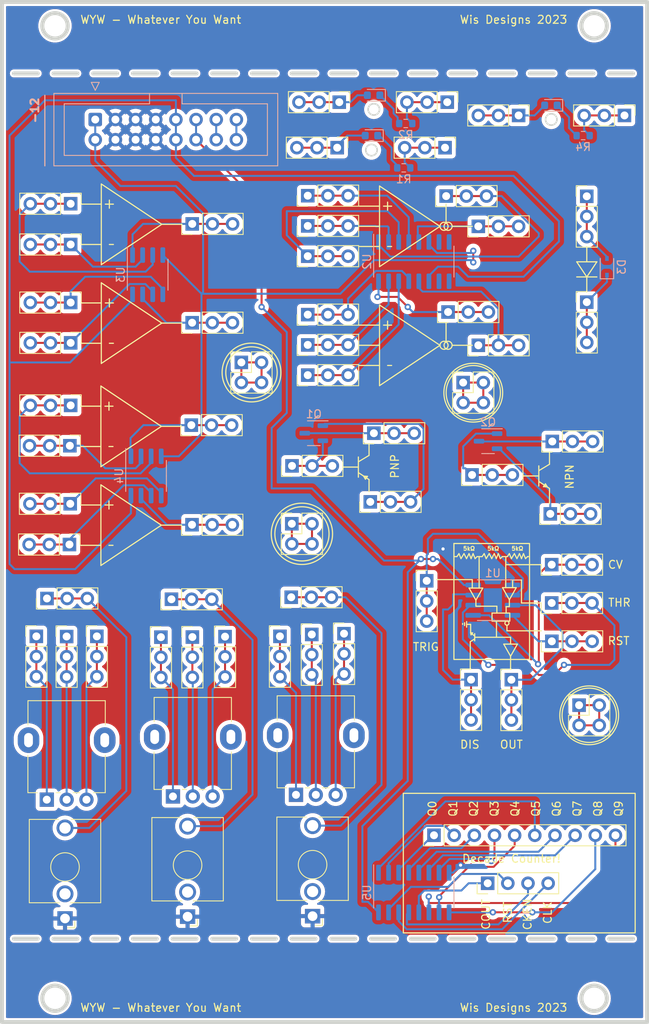
<source format=kicad_pcb>
(kicad_pcb (version 20211014) (generator pcbnew)
  (layers (0 "F.Cu" signal) (31 "B.Cu" signal) (34 "B.Paste" user) (35 "F.Paste" user) (36 "B.SilkS" user "B.Silkscreen") (37 "F.SilkS" user "F.Silkscreen") (38 "B.Mask" user) (39 "F.Mask" user) (44 "Edge.Cuts" user))
  (net 0 "")
  (net 1 "Net-(D1-Pad1)")
  (net 2 "Net-(D1-Pad2)")
  (net 3 "Net-(D2-Pad1)")
  (net 4 "Net-(D2-Pad2)")
  (net 5 "Net-(D3-Pad1)")
  (net 6 "Net-(D3-Pad2)")
  (net 7 "Net-(D4-Pad1)")
  (net 8 "Net-(D4-Pad2)")
  (net 9 "-12V")
  (net 10 "GND")
  (net 11 "+12V")
  (net 12 "+5V")
  (net 13 "Net-(J1-Pad13)")
  (net 14 "Net-(J1-Pad15)")
  (net 15 "Net-(J41-PadT)")
  (net 17 "Net-(J39-Pad1)")
  (net 18 "Net-(J42-Pad1)")
  (net 19 "Net-(J40-Pad1)")
  (net 20 "Net-(J4-Pad1)")
  (net 21 "Net-(J9-Pad1)")
  (net 22 "Net-(J12-Pad1)")
  (net 23 "Net-(J11-Pad1)")
  (net 24 "Net-(J15-Pad1)")
  (net 25 "Net-(J5-Pad1)")
  (net 26 "Net-(J22-Pad1)")
  (net 27 "Net-(J17-Pad1)")
  (net 28 "Net-(J16-Pad1)")
  (net 29 "Net-(J21-Pad1)")
  (net 34 "Net-(J19-Pad1)")
  (net 35 "Net-(J13-Pad1)")
  (net 36 "Net-(J14-Pad1)")
  (net 37 "Net-(J20-Pad1)")
  (net 38 "Net-(J29-Pad1)")
  (net 39 "Net-(J25-Pad1)")
  (net 40 "Net-(J24-Pad1)")
  (net 41 "Net-(J26-Pad1)")
  (net 42 "Net-(J27-Pad1)")
  (net 43 "Net-(J30-Pad1)")
  (net 44 "Net-(J8-Pad1)")
  (net 45 "Net-(J10-Pad1)")
  (net 46 "Net-(J28-Pad1)")
  (net 47 "Net-(J31-Pad1)")
  (net 48 "Net-(J32-Pad1)")
  (net 49 "Net-(J33-Pad1)")
  (net 50 "Net-(J34-Pad1)")
  (net 51 "Net-(J35-Pad1)")
  (net 52 "Net-(J44-Pad1)")
  (net 53 "Net-(J45-Pad1)")
  (net 54 "Net-(J46-PadT)")
  (net 56 "Net-(J48-Pad1)")
  (net 57 "Net-(J49-Pad1)")
  (net 58 "Net-(J50-Pad1)")
  (net 59 "Net-(J51-PadT)")
  (net 61 "Net-(J53-Pad1)")
  (net 62 "Net-(J54-Pad1)")
  (net 63 "Net-(J55-Pad1)")
  (net 64 "Net-(J56-Pad1)")
  (net 65 "Net-(J57-Pad1)")
  (net 66 "Net-(J58-Pad1)")
  (net 67 "Net-(J59-Pad1)")
  (net 68 "Net-(J6-Pad1)")
  (net 69 "Net-(J7-Pad1)")
  (net 70 "Net-(J37-Pad1)")
  (net 71 "Net-(J60-Pad1)")
  (net 72 "Net-(J60-Pad2)")
  (net 73 "Net-(J60-Pad3)")
  (net 74 "Net-(J60-Pad4)")
  (net 75 "Net-(J61-Pad1)")
  (net 76 "Net-(J61-Pad2)")
  (net 77 "Net-(J61-Pad3)")
  (net 78 "Net-(J61-Pad4)")
  (net 79 "Net-(J61-Pad5)")
  (net 80 "Net-(J61-Pad6)")
  (net 81 "Net-(J62-Pad1)")
  (net 82 "Net-(J63-Pad1)")
  (net 83 "Net-(J64-Pad1)")
  (net 84 "Net-(J65-Pad1)")
  (net 85 "Net-(J61-Pad7)")
  (net 86 "Net-(J61-Pad8)")
  (net 87 "Net-(J61-Pad9)")
  (net 88 "Net-(J61-Pad10)")
  (footprint "Connector_PinHeader_2.54mm:PinHeader_1x03_P2.54mm_Vertical" (layer "F.Cu") (at 80.01 48.26 90)
    (fp_text reference "J21" hide)
    (fp_text value "Conn_01x03_Female" hide)
  )
  (footprint "Connector_PinHeader_2.54mm:PinHeader_1x03_P2.54mm_Vertical" (layer "F.Cu") (at 89.3318 75.3618 90)
    (fp_text reference "J34" hide)
    (fp_text value "Conn_01x03_Female" hide)
  )
  (footprint "Connector_PinHeader_2.54mm:PinHeader_1x03_P2.54mm_Vertical" (layer "F.Cu") (at 89.2556 95.7072 90)
    (fp_text reference "J15" hide)
    (fp_text value "Conn_01x03_Female" hide)
  )
  (footprint "Connector_PinHeader_2.54mm:PinHeader_1x03_P2.54mm_Vertical" (layer "F.Cu") (at 58.5216 67.0052 90)
    (fp_text reference "J14" hide)
    (fp_text value "Conn_01x03_Female" hide)
  )
  (footprint "Connector_PinHeader_2.54mm:PinHeader_1x03_P2.54mm_Vertical" (layer "F.Cu") (at 28.6512 62.9412 -90)
    (fp_text reference "J27" hide)
    (fp_text value "Conn_01x03_Female" hide)
  )
  (footprint "Connector_PinHeader_2.54mm:PinHeader_1x03_P2.54mm_Vertical" (layer "F.Cu") (at 24.3332 99.9124)
    (fp_text reference "J39" hide)
    (fp_text value "Conn_01x03_Female" hide)
  )
  (footprint "Connector_PinHeader_2.54mm:PinHeader_1x04_P2.54mm_Vertical" (layer "F.Cu") (at 81.1884 131.0132 90)
    (fp_text reference "J60" hide)
    (fp_text value "Conn_01x04_Female" hide)
  )
  (footprint "Connector_PinHeader_2.54mm:PinHeader_1x03_P2.54mm_Vertical" (layer "F.Cu") (at 58.5216 52.0192 90)
    (fp_text reference "J17" hide)
    (fp_text value "Conn_01x03_Female" hide)
  )
  (footprint "Connector_PinHeader_2.54mm:PinHeader_1x03_P2.54mm_Vertical" (layer "F.Cu") (at 62.495 32.62 -90)
    (fp_text reference "J3" hide)
    (fp_text value "Conn_01x03_Female" hide)
  )
  (footprint "Connector_PinHeader_2.54mm:PinHeader_1x03_P2.54mm_Vertical" (layer "F.Cu") (at 28.1432 99.9274)
    (fp_text reference "J42" hide)
    (fp_text value "Conn_01x03_Female" hide)
  )
  (footprint "Connector_PinHeader_2.54mm:PinHeader_1x03_P2.54mm_Vertical" (layer "F.Cu") (at 56.5404 78.4352 90)
    (fp_text reference "J28" hide)
    (fp_text value "Conn_01x03_Female" hide)
  )
  (footprint "Connector_PinHeader_2.54mm:PinHeader_1x03_P2.54mm_Vertical" (layer "F.Cu") (at 79.2226 79.5782 90)
    (fp_text reference "J31" hide)
    (fp_text value "Conn_01x03_Female" hide)
  )
  (footprint "Connector_PinHeader_2.54mm:PinHeader_1x03_P2.54mm_Vertical" (layer "F.Cu") (at 93.6752 57.8104)
    (fp_text reference "J23" hide)
    (fp_text value "Conn_01x03_Female" hide)
  )
  (footprint "Connector_PinHeader_2.54mm:PinHeader_1x03_P2.54mm_Vertical" (layer "F.Cu") (at 28.5496 75.8952 -90)
    (fp_text reference "J55" hide)
    (fp_text value "Conn_01x03_Female" hide)
  )
  (footprint "Connector_PinHeader_2.54mm:PinHeader_1x03_P2.54mm_Vertical" (layer "F.Cu") (at 28.4988 88.3412 -90)
    (fp_text reference "J57" hide)
    (fp_text value "Conn_01x03_Female" hide)
  )
  (footprint "Connector_PinHeader_2.54mm:PinHeader_1x03_P2.54mm_Vertical" (layer "F.Cu") (at 48.1008 99.948)
    (fp_text reference "J45" hide)
    (fp_text value "Conn_01x03_Female" hide)
  )
  (footprint "Connector_PinHeader_2.54mm:PinHeader_1x03_P2.54mm_Vertical" (layer "F.Cu") (at 76.095 32.62 -90)
    (fp_text reference "J7" hide)
    (fp_text value "Conn_01x03_Female" hide)
  )
  (footprint "Connector_PinHeader_2.54mm:PinHeader_1x03_P2.54mm_Vertical" (layer "F.Cu") (at 43.8554 73.3044 90)
    (fp_text reference "J58" hide)
    (fp_text value "Conn_01x03_Female" hide)
  )
  (footprint "Potentiometer_THT:Potentiometer_Alpha_RD901F-40-00D_Single_Vertical" (layer "F.Cu") (at 25.6432 120.4822 90)
    (fp_text reference "RV1" hide)
    (fp_text value "AlphaPot" hide)
  )
  (footprint "Connector_PinHeader_2.54mm:PinHeader_2x02_P2.54mm_Vertical" (layer "F.Cu") (at 78.1 67.94)
    (fp_text reference "J62" hide)
    (fp_text value "Conn_02x02_Odd_Even" hide)
  )
  (footprint "Connector_PinHeader_2.54mm:PinHeader_1x03_P2.54mm_Vertical" (layer "F.Cu") (at 62.23 38.354 -90)
    (fp_text reference "J2" hide)
    (fp_text value "Conn_01x03_Female" hide)
  )
  (footprint "Potentiometer_THT:Potentiometer_Alpha_RD901F-40-00D_Single_Vertical" (layer "F.Cu") (at 41.5368 120.0758 90)
    (fp_text reference "RV2" hide)
    (fp_text value "AlphaPot" hide)
  )
  (footprint "Connector_PinHeader_2.54mm:PinHeader_1x03_P2.54mm_Vertical" (layer "F.Cu") (at 58.5216 44.3992 90)
    (fp_text reference "J16" hide)
    (fp_text value "Conn_01x03_Female" hide)
  )
  (footprint "Connector_PinHeader_2.54mm:PinHeader_1x03_P2.54mm_Vertical" (layer "F.Cu") (at 66.3956 82.9714 90)
    (fp_text reference "J33" hide)
    (fp_text value "Conn_01x03_Female" hide)
  )
  (footprint "Connector_PinHeader_2.54mm:PinHeader_1x03_P2.54mm_Vertical" (layer "F.Cu") (at 28.6004 83.2104 -90)
    (fp_text reference "J56" hide)
    (fp_text value "Conn_01x03_Female" hide)
  )
  (footprint "Connector_PinHeader_2.54mm:PinHeader_2x02_P2.54mm_Vertical" (layer "F.Cu") (at 50.16 65.4)
    (fp_text reference "J65" hide)
    (fp_text value "Conn_02x02_Odd_Even" hide)
  )
  (footprint "Connector_PinHeader_2.54mm:PinHeader_1x03_P2.54mm_Vertical" (layer "F.Cu") (at 43.942 85.852 90)
    (fp_text reference "J59" hide)
    (fp_text value "Conn_01x03_Female" hide)
  )
  (footprint "Connector_PinHeader_2.54mm:PinHeader_1x03_P2.54mm_Vertical" (layer "F.Cu") (at 63.0936 99.568)
    (fp_text reference "J50" hide)
    (fp_text value "Conn_01x03_Female" hide)
  )
  (footprint "Connector_PinHeader_2.54mm:PinHeader_1x10_P2.54mm_Vertical" (layer "F.Cu") (at 74.427 124.968 90)
    (fp_text reference "J61" hide)
    (fp_text value "Conn_01x10_Female" hide)
  )
  (footprint "Connector_PinHeader_2.54mm:PinHeader_1x03_P2.54mm_Vertical" (layer "F.Cu") (at 76.2 59.055 90)
    (fp_text reference "J20" hide)
    (fp_text value "Conn_01x03_Female" hide)
  )
  (footprint "Connector_PinHeader_2.54mm:PinHeader_1x03_P2.54mm_Vertical" (layer "F.Cu") (at 25.669 95.1372 90)
    (fp_text reference "J43" hide)
    (fp_text value "Conn_01x03_Female" hide)
  )
  (footprint "Connector_PinHeader_2.54mm:PinHeader_1x03_P2.54mm_Vertical" (layer "F.Cu") (at 59.0296 99.6734)
    (fp_text reference "J53" hide)
    (fp_text value "Conn_01x03_Female" hide)
  )
  (footprint "Connector_PinHeader_2.54mm:PinHeader_1x03_P2.54mm_Vertical" (layer "F.Cu") (at 75.961 44.45 90)
    (fp_text reference "J22" hide)
    (fp_text value "Conn_01x03_Female" hide)
  )
  (footprint "Connector_PinHeader_2.54mm:PinHeader_1x03_P2.54mm_Vertical" (layer "F.Cu") (at 80.01 63.246 90)
    (fp_text reference "J19" hide)
    (fp_text value "Conn_01x03_Female" hide)
  )
  (footprint "Connector_PinHeader_2.54mm:PinHeader_1x03_P2.54mm_Vertical" (layer "F.Cu") (at 73.5076 92.9132)
    (fp_text reference "J4" hide)
    (fp_text value "Conn_01x03_Female" hide)
  )
  (footprint "Connector_PinHeader_2.54mm:PinHeader_1x03_P2.54mm_Vertical" (layer "F.Cu") (at 89.2706 100.5332 90)
    (fp_text reference "J12" hide)
    (fp_text value "Conn_01x03_Female" hide)
  )
  (footprint "Connector_PinHeader_2.54mm:PinHeader_2x02_P2.54mm_Vertical" (layer "F.Cu") (at 92.705 108.58)
    (fp_text reference "J63" hide)
    (fp_text value "Conn_02x02_Odd_Even" hide)
  )
  (footprint "Connector_PinHeader_2.54mm:PinHeader_1x03_P2.54mm_Vertical" (layer "F.Cu") (at 58.5216 48.2092 90)
    (fp_text reference "J10" hide)
    (fp_text value "Conn_01x03_Female" hide)
  )
  (footprint "Connector_PinHeader_2.54mm:PinHeader_1x03_P2.54mm_Vertical" (layer "F.Cu") (at 75.815 38.354 -90)
    (fp_text reference "J6" hide)
    (fp_text value "Conn_01x03_Female" hide)
  )
  (footprint "Connector_PinHeader_2.54mm:PinHeader_1x03_P2.54mm_Vertical" (layer "F.Cu") (at 66.8528 74.3204 90)
    (fp_text reference "J32" hide)
    (fp_text value "Conn_01x03_Female" hide)
  )
  (footprint "Connector_Audio:Jack_3.5mm_QingPu_WQP-PJ398SM_Vertical_CircularHoles" (layer "F.Cu") (at 43.3832 135.2184 180)
    (fp_text reference "J46" hide)
    (fp_text value "Thonkiconn")
  )
  (footprint "Connector_PinHeader_2.54mm:PinHeader_1x03_P2.54mm_Vertical" (layer "F.Cu") (at 89.0778 84.4804 90)
    (fp_text reference "J35" hide)
    (fp_text value "Conn_01x03_Female" hide)
  )
  (footprint "Connector_PinHeader_2.54mm:PinHeader_2x02_P2.54mm_Vertical" (layer "F.Cu") (at 56.515 85.725)
    (fp_text reference "J64" hide)
    (fp_text value "Conn_02x02_Odd_Even" hide)
  )
  (footprint "Connector_PinHeader_2.54mm:PinHeader_1x03_P2.54mm_Vertical" (layer "F.Cu") (at 85.09 34.29 -90)
    (fp_text reference "J36" hide)
    (fp_text value "Conn_01x03_Female" hide)
  )
  (footprint "Connector_PinHeader_2.54mm:PinHeader_1x03_P2.54mm_Vertical" (layer "F.Cu") (at 98.425 34.29 -90)
    (fp_text reference "J37" hide)
    (fp_text value "Conn_01x03_Female" hide)
  )
  (footprint "Potentiometer_THT:Potentiometer_Alpha_RD901F-40-00D_Single_Vertical" (layer "F.Cu") (at 57.0376 119.8726 90)
    (fp_text reference "RV3" hide)
    (fp_text value "AlphaPot" hide)
  )
  (footprint "Connector_PinHeader_2.54mm:PinHeader_1x03_P2.54mm_Vertical" (layer "F.Cu") (at 79.0956 105.3592)
    (fp_text reference "J5" hide)
    (fp_text value "Conn_01x03_Female" hide)
  )
  (footprint "Connector_PinHeader_2.54mm:PinHeader_1x03_P2.54mm_Vertical" (layer "F.Cu") (at 89.2556 90.8812 90)
    (fp_text reference "J11" hide)
    (fp_text value "Conn_01x03_Female" hide)
  )
  (footprint "Connector_PinHeader_2.54mm:PinHeader_1x03_P2.54mm_Vertical" (layer "F.Cu") (at 43.957 60.4012 90)
    (fp_text reference "J30" hide)
    (fp_text value "Conn_01x03_Female" hide)
  )
  (footprint "Connector_PinHeader_2.54mm:PinHeader_1x03_P2.54mm_Vertical" (layer "F.Cu") (at 31.9532 99.9124)
    (fp_text reference "J40" hide)
    (fp_text value "Conn_01x03_Female" hide)
  )
  (footprint "Connector_PinHeader_2.54mm:PinHeader_1x03_P2.54mm_Vertical" (layer "F.Cu") (at 40.0236 100.0138)
    (fp_text reference "J44" hide)
    (fp_text value "Conn_01x03_Female" hide)
  )
  (footprint "Connector_PinHeader_2.54mm:PinHeader_1x03_P2.54mm_Vertical" (layer "F.Cu") (at 28.6512 70.8152 -90)
    (fp_text reference "J54" hide)
    (fp_text value "Conn_01x03_Female" hide)
  )
  (footprint "Connector_Audio:Jack_3.5mm_QingPu_WQP-PJ398SM_Vertical_CircularHoles" (layer "F.Cu") (at 27.94 135.4484 180)
    (fp_text reference "J41" hide)
    (fp_text value "Thonkiconn")
  )
  (footprint "Connector_PinHeader_2.54mm:PinHeader_1x03_P2.54mm_Vertical" (layer "F.Cu") (at 28.6512 50.546 -90)
    (fp_text reference "J25" hide)
    (fp_text value "Conn_01x03_Female" hide)
  )
  (footprint "Connector_PinHeader_2.54mm:PinHeader_1x03_P2.54mm_Vertical" (layer "F.Cu") (at 28.6512 45.4152 -90)
    (fp_text reference "J24" hide)
    (fp_text value "Conn_01x03_Female" hide)
  )
  (footprint "Connector_PinHeader_2.54mm:PinHeader_1x03_P2.54mm_Vertical" (layer "F.Cu") (at 58.5216 59.3852 90)
    (fp_text reference "J13" hide)
    (fp_text value "Conn_01x03_Female" hide)
  )
  (footprint "Connector_PinHeader_2.54mm:PinHeader_1x03_P2.54mm_Vertical" (layer "F.Cu") (at 41.3512 95.2388 90)
    (fp_text reference "J47" hide)
    (fp_text value "Conn_01x03_Female" hide)
  )
  (footprint "Connector_PinHeader_2.54mm:PinHeader_1x03_P2.54mm_Vertical" (layer "F.Cu") (at 58.5216 63.1952 90)
    (fp_text reference "J8" hide)
    (fp_text value "Conn_01x03_Female" hide)
  )
  (footprint "Connector_PinHeader_2.54mm:PinHeader_1x03_P2.54mm_Vertical" (layer "F.Cu") (at 56.4388 94.9848 90)
    (fp_text reference "J52" hide)
    (fp_text value "Conn_01x03_Female" hide)
  )
  (footprint "Connector_PinHeader_2.54mm:PinHeader_1x03_P2.54mm_Vertical" (layer "F.Cu") (at 84.1756 105.3742)
    (fp_text reference "J9" hide)
    (fp_text value "Conn_01x03_Female" hide)
  )
  (footprint "Connector_PinHeader_2.54mm:PinHeader_1x03_P2.54mm_Vertical" (layer "F.Cu") (at 93.6752 44.4754)
    (fp_text reference "J18" hide)
    (fp_text value "Conn_01x03_Female" hide)
  )
  (footprint "Connector_Audio:Jack_3.5mm_QingPu_WQP-PJ398SM_Vertical_CircularHoles" (layer "F.Cu") (at 59.1312 135.1564 180)
    (fp_text reference "J51" hide)
    (fp_text value "Thonkiconn")
  )
  (footprint "Connector_PinHeader_2.54mm:PinHeader_1x03_P2.54mm_Vertical" (layer "F.Cu") (at 43.972 47.9552 90)
    (fp_text reference "J29" hide)
    (fp_text value "Conn_01x03_Female" hide)
  )
  (footprint "Connector_PinHeader_2.54mm:PinHeader_1x03_P2.54mm_Vertical" (layer "F.Cu") (at 28.6512 57.8612 -90)
    (fp_text reference "J26" hide)
    (fp_text value "Conn_01x03_Female" hide)
  )
  (footprint "Connector_PinHeader_2.54mm:PinHeader_1x03_P2.54mm_Vertical" (layer "F.Cu") (at 55.0164 99.9124)
    (fp_text reference "J49" hide)
    (fp_text value "Conn_01x03_Female" hide)
  )
  (footprint "Connector_PinHeader_2.54mm:PinHeader_1x03_P2.54mm_Vertical" (layer "F.Cu") (at 43.986 99.9988)
    (fp_text reference "J48" hide)
    (fp_text value "Conn_01x03_Female" hide)
  )
  (footprint "Connector_IDC:IDC-Header_2x08_P2.54mm_Vertical" (layer "B.Cu") (at 31.75 34.8075 -90)
    (fp_text reference "J1" hide)
    (fp_text value "Conn_02x08_Odd_Even" hide)
  )
  (footprint "Diode_SMD:D_SOD-323" (layer "B.Cu") (at 96.2152 53.3654 90)
    (fp_text reference "D3")
    (fp_text value "1N4148WS")
  )
  (footprint "Package_SO:SOIC-8-1EP_3.9x4.9mm_P1.27mm_EP2.29x3mm" (layer "B.Cu") (at 81.8388 95.3516 180)
    (fp_text reference "U1")
    (fp_text value "NE555DR")
  )
  (footprint "Resistor_SMD:R_0603_1608Metric" (layer "B.Cu") (at 70.612 40.894)
    (fp_text reference "R1")
    (fp_text value "1k")
  )
  (footprint "Package_TO_SOT_SMD:SOT-23-3" (layer "B.Cu") (at 81.2347 75.3262 180)
    (fp_text reference "Q2")
    (fp_text value "MMBT2222A")
  )
  (footprint "Package_SO:SOP-16_3.9x9.9mm_P1.27mm" (layer "B.Cu") (at 71.882 132.1816 -90)
    (fp_text reference "U5")
    (fp_text value "4017bm")
  )
  (footprint "LED_SMD:LED_0603_1608Metric" (layer "B.Cu") (at 66.548 36.83 180)
    (fp_text reference "D1" hide)
    (fp_text value "LED_WHITE" hide)
  )
  (footprint "LED_SMD:LED_0603_1608Metric" (layer "B.Cu") (at 66.815 31.75 180)
    (fp_text reference "D2" hide)
    (fp_text value "LED_BLUE" hide)
  )
  (footprint "Package_SO:SOIC-8_3.9x4.9mm_P1.27mm" (layer "B.Cu") (at 38.1508 79.7052 -90)
    (fp_text reference "U4")
    (fp_text value "TL072")
  )
  (footprint "Package_TO_SOT_SMD:SOT-23-3" (layer "B.Cu") (at 59.2836 74.3204 180)
    (fp_text reference "Q1")
    (fp_text value "2N3906S")
  )
  (footprint "LED_SMD:LED_0603_1608Metric" (layer "B.Cu") (at 89.154 33.02 180)
    (fp_text reference "D4" hide)
    (fp_text value "LED_RED" hide)
  )
  (footprint "Package_SO:SOIC-16_3.9x9.9mm_P1.27mm" (layer "B.Cu") (at 71.882 52.705 -90)
    (fp_text reference "U2")
    (fp_text value "LM13700")
  )
  (footprint "Resistor_SMD:R_0603_1608Metric" (layer "B.Cu") (at 70.866 35.306)
    (fp_text reference "R2")
    (fp_text value "1k")
  )
  (footprint "Resistor_SMD:R_0603_1608Metric" (layer "B.Cu") (at 93.218 36.83)
    (fp_text reference "R4")
    (fp_text value "1k")
  )
  (footprint "Package_SO:SOIC-8_3.9x4.9mm_P1.27mm" (layer "B.Cu") (at 38.354 54.356 -90)
    (fp_text reference "U3")
    (fp_text value "TL072")
  )
  (gr_line (start 25.4 31.75) (end 25.4 40.64) (layer "B.SilkS") (width 0.15))
  (gr_line (start 83.2866 89.8652) (end 83.6676 89.8652) (layer "F.SilkS") (width 0.15))
  (gr_line (start 83.2104 100.8888) (end 84.9376 100.8888) (layer "F.SilkS") (width 0.15))
  (gr_line (start 80.1116 89.8652) (end 80.4926 89.8652) (layer "F.SilkS") (width 0.15))
  (gr_line (start 93.6752 52.7304) (end 93.6752 50.8254) (layer "F.SilkS") (width 0.15))
  (gr_line (start 85.4456 95.7072) (end 85.4456 92.8116) (layer "F.SilkS") (width 0.15))
  (gr_line (start 83.61535 99.2124) (end 83.61825 98.5012) (layer "F.SilkS") (width 0.15))
  (gr_circle (center 79.375 69.215) (end 80.645 72.39) (layer "F.SilkS") (width 0.15) (fill none))
  (gr_line (start 77.5716 89.4842) (end 77.8256 90.1192) (layer "F.SilkS") (width 0.15))
  (gr_line (start 68.58 45.212) (end 68.58 46.228) (layer "F.SilkS") (width 0.15))
  (gr_line (start 86.2076 89.8652) (end 86.4616 89.8652) (layer "F.SilkS") (width 0.15))
  (gr_line (start 84.074 102.4128) (end 83.2104 100.8888) (layer "F.SilkS") (width 0.15))
  (gr_line (start 78.994 100.584) (end 78.994 103.9876) (layer "F.SilkS") (width 0.15))
  (gr_line (start 88.9762 81.28) (end 88.9762 83.185) (layer "F.SilkS") (width 0.15))
  (gr_line (start 32.512 57.912) (end 29.972 57.912) (layer "F.SilkS") (width 0.15))
  (gr_line (start 79.5528 99.8728) (end 79.0448 99.4664) (layer "F.SilkS") (width 0.15))
  (gr_line (start 32.4612 90.9828) (end 40.0812 85.9028) (layer "F.SilkS") (width 0.15))
  (gr_line (start 64.9224 79.2988) (end 66.2432 80.1624) (layer "F.SilkS") (width 0.15))
  (gr_line (start 76.9366 89.8652) (end 77.3176 89.8652) (layer "F.SilkS") (width 0.15))
  (gr_line (start 82.3468 96.1136) (end 82.3468 96.9772) (layer "F.SilkS") (width 0.15))
  (gr_line (start 67.564 63.246) (end 65.024 63.246) (layer "F.SilkS") (width 0.15))
  (gr_line (start 79.5528 100.0252) (end 84.074 100.0252) (layer "F.SilkS") (width 0.15))
  (gr_line (start 78.0288 98.298) (end 78.0288 98.3996) (layer "F.SilkS") (width 0.15))
  (gr_line (start 83.9216 89.4842) (end 84.1756 90.1192) (layer "F.SilkS") (width 0.15))
  (gr_circle (center 76.2 48.26) (end 76.708 48.26) (layer "F.SilkS") (width 0.15) (fill none))
  (gr_line (start 79.5528 99.568) (end 79.5528 100.4824) (layer "F.SilkS") (width 0.15))
  (gr_line (start 83.9216 95.3008) (end 83.058 93.7768) (layer "F.SilkS") (width 0.15))
  (gr_line (start 78.5241 90.1192) (end 78.8416 89.4842) (layer "F.SilkS") (width 0.15))
  (gr_line (start 83.058 93.7768) (end 84.7852 93.7768) (layer "F.SilkS") (width 0.15))
  (gr_line (start 32.4612 88.4428) (end 29.9212 88.4428) (layer "F.SilkS") (width 0.15))
  (gr_line (start 66.04 79.756) (end 65.5574 79.7306) (layer "F.SilkS") (width 0.15))
  (gr_line (start 32.512 42.926) (end 32.512 53.086) (layer "F.SilkS") (width 0.15))
  (gr_line (start 93.6752 54.6354) (end 94.9452 52.7304) (layer "F.SilkS") (width 0.15))
  (gr_line (start 65.786 80.1116) (end 65.5574 79.7306) (layer "F.SilkS") (width 0.15))
  (gr_line (start 32.4612 68.3768) (end 32.4612 78.5368) (layer "F.SilkS") (width 0.15))
  (gr_line (start 80.7466 89.4842) (end 81.0006 90.1192) (layer "F.SilkS") (width 0.15))
  (gr_circle (center 57.785 86.995) (end 58.42 90.805) (layer "F.SilkS") (width 0.15) (fill none))
  (gr_line (start 82.5246 89.4842) (end 82.7786 90.1192) (layer "F.SilkS") (width 0.15))
  (gr_line (start 65.786 80.1116) (end 66.04 79.756) (layer "F.SilkS") (width 0.15))
  (gr_line (start 81.6991 90.1192) (end 82.0166 89.4842) (layer "F.SilkS") (width 0.15))
  (gr_line (start 66.2432 77.1144) (end 66.2432 75.692) (layer "F.SilkS") (width 0.15))
  (gr_line (start 67.564 65.786) (end 65.024 65.786) (layer "F.SilkS") (width 0.15))
  (gr_line (start 40.132 60.452) (end 42.672 60.452) (layer "F.SilkS") (width 0.15))
  (gr_line (start 32.4612 78.5368) (end 40.0812 73.4568) (layer "F.SilkS") (width 0.15))
  (gr_line (start 87.6554 80.4164) (end 88.9762 81.28) (layer "F.SilkS") (width 0.15))
  (gr_circle (center 75.692 63.246) (end 75.692 63.754) (layer "F.SilkS") (width 0.15) (fill none))
  (gr_line (start 79.0448 99.4664) (end 79.0448 98.3996) (layer "F.SilkS") (width 0.15))
  (gr_line (start 78.2066 89.4842) (end 78.5241 90.1192) (layer "F.SilkS") (width 0.15))
  (gr_rect (start 81.7372 96.9772) (end 83.9724 97.9932) (layer "F.SilkS") (width 0.15) (fill none))
  (gr_line (start 84.1756 90.1192) (end 84.5566 89.4842) (layer "F.SilkS") (width 0.15))
  (gr_line (start 78.2828 98.1964) (end 78.2828 98.552) (layer "F.SilkS") (width 0.15))
  (gr_circle (center 75.692 48.26) (end 75.692 48.768) (layer "F.SilkS") (width 0.15) (fill none))
  (gr_line (start 83.4644 90.8812) (end 83.4644 93.7768) (layer "F.SilkS") (width 0.15))
  (gr_line (start 33.4772 88.4428) (end 33.9852 88.4428) (layer "F.SilkS") (width 0.15))
  (gr_line (start 68.58 50.8) (end 69.088 50.8) (layer "F.SilkS") (width 0.15))
  (gr_line (start 78.5368 98.044) (end 78.5368 98.7552) (layer "F.SilkS") (width 0.15))
  (gr_line (start 75.946 62.865) (end 75.946 60.452) (layer "F.SilkS") (width 0.15))
  (gr_line (start 62.992 78.5876) (end 64.897 78.5876) (layer "F.SilkS") (width 0.15))
  (gr_line (start 79.7052 95.3516) (end 78.8416 93.8276) (layer "F.SilkS") (width 0.15))
  (gr_line (start 66.04 79.756) (end 65.786 79.9592) (layer "F.SilkS") (width 0.15))
  (gr_line (start 33.02 57.912) (end 34.036 57.912) (layer "F.SilkS") (width 0.15))
  (gr_circle (center 83.6168 98.2472) (end 83.7692 98.4504) (layer "F.SilkS") (width 0.15) (fill none))
  (gr_line (start 32.4612 83.3628) (end 29.9212 83.3628) (layer "F.SilkS") (width 0.15))
  (gr_line (start 32.512 65.532) (end 40.132 60.452) (layer "F.SilkS") (width 0.15))
  (gr_line (start 33.528 57.404) (end 33.528 58.42) (layer "F.SilkS") (width 0.15))
  (gr_rect (start 70.5612 119.6848) (end 99.7712 137.2616) (layer "F.SilkS") (width 0.15) (fill none))
  (gr_line (start 85.9536 90.1192) (end 86.2076 89.8652) (layer "F.SilkS") (width 0.15))
  (gr_line (start 85.6996 89.4842) (end 85.9536 90.1192) (layer "F.SilkS") (width 0.15))
  (gr_line (start 33.528 62.992) (end 34.036 62.992) (layer "F.SilkS") (width 0.15))
  (gr_line (start 87.63 80.9752) (end 87.63 78.4352) (layer "F.SilkS") (width 0.15))
  (gr_line (start 84.328 92.8116) (end 85.4456 92.8116) (layer "F.SilkS") (width 0.15))
  (gr_line (start 32.4612 80.8228) (end 32.4612 90.9828) (layer "F.SilkS") (width 0.15))
  (gr_line (start 79.0448 98.3996) (end 78.5368 98.3996) (layer "F.SilkS") (width 0.15))
  (gr_line (start 83.5152 96.1644) (end 83.9216 96.1644) (layer "F.SilkS") (width 0.15))
  (gr_line (start 82.296 97.9932) (end 82.296 100.0252) (layer "F.SilkS") (width 0.15))
  (gr_circle (center 93.98 109.855) (end 95.885 113.03) (layer "F.SilkS") (width 0.15) (fill none))
  (gr_line (start 75.946 47.879) (end 75.946 45.466) (layer "F.SilkS") (width 0.15))
  (gr_line (start 80.4926 89.8652) (end 80.7466 89.4842) (layer "F.SilkS") (width 0.15))
  (gr_line (start 85.1916 89.4842) (end 85.4456 90.1192) (layer "F.SilkS") (width 0.15))
  (gr_line (start 79.0956 99.7204) (end 79.248 99.5172) (layer "F.SilkS") (width 0.15))
  (gr_line (start 74.7776 92.7608) (end 79.248 92.7608) (layer "F.SilkS") (width 0.15))
  (gr_line (start 78.8416 89.4842) (end 79.0956 90.1192) (layer "F.SilkS") (width 0.15))
  (gr_line (start 67.564 48.26) (end 65.024 48.26) (layer "F.SilkS") (width 0.15))
  (gr_line (start 68.072 45.72) (end 69.088 45.72) (layer "F.SilkS") (width 0.15))
  (gr_line (start 79.248 92.7608) (end 79.248 93.8276) (layer "F.SilkS") (width 0.15))
  (gr_line (start 76.708 48.26) (end 79.248 48.26) (layer "F.SilkS") (width 0.15))
  (gr_line (start 84.328 93.7768) (end 84.328 92.8116) (layer "F.SilkS") (width 0.15))
  (gr_line (start 87.9256 95.7072) (end 85.4456 95.7072) (layer "F.SilkS") (width 0.15))
  (gr_line (start 67.564 60.706) (end 65.024 60.706) (layer "F.SilkS") (width 0.15))
  (gr_line (start 66.2432 77.1144) (end 64.9351 77.9018) (layer "F.SilkS") (width 0.15))
  (gr_line (start 84.074 100.0252) (end 84.074 100.8888) (layer "F.SilkS") (width 0.15))
  (gr_line (start 32.9692 83.3628) (end 33.9852 83.3628) (layer "F.SilkS") (width 0.15))
  (gr_line (start 40.0812 85.9028) (end 32.4612 80.8228) (layer "F.SilkS") (width 0.15))
  (gr_line (start 79.3496 89.4842) (end 79.6036 90.1192) (layer "F.SilkS") (width 0.15))
  (gr_line (start 64.897 79.8576) (end 64.897 77.3176) (layer "F.SilkS") (width 0.15))
  (gr_circle (center 79.375 69.215) (end 81.28 72.39) (layer "F.SilkS") (width 0.15) (fill none))
  (gr_line (start 85.4456 90.1192) (end 85.6996 89.4842) (layer "F.SilkS") (width 0.15))
  (gr_line (start 67.564 68.326) (end 75.184 63.246) (layer "F.SilkS") (width 0.15))
  (gr_line (start 76.708 63.246) (end 79.248 63.246) (layer "F.SilkS") (width 0.15))
  (gr_line (start 81.0006 90.1192) (end 81.3816 89.4842) (layer "F.SilkS") (width 0.15))
  (gr_line (start 79.8576 89.8652) (end 80.1116 89.8652) (layer "F.SilkS") (width 0.15))
  (gr_line (start 40.0812 73.4568) (end 32.4612 68.3768) (layer "F.SilkS") (width 0.15))
  (gr_line (start 84.7852 93.7768) (end 83.9216 95.3008) (layer "F.SilkS") (width 0.15))
  (gr_line (start 78.8416 93.8276) (end 80.5688 93.8276) (layer "F.SilkS") (width 0.15))
  (gr_circle (center 51.435 66.675) (end 53.34 69.85) (layer "F.SilkS") (width 0.15) (fill none))
  (gr_line (start 77.3176 89.8652) (end 77.5716 89.4842) (layer "F.SilkS") (width 0.15))
  (gr_line (start 33.4772 82.8548) (end 33.4772 83.8708) (layer "F.SilkS") (width 0.15))
  (gr_line (start 83.4644 90.8812) (end 83.4771 89.8652) (layer "F.SilkS") (width 0.15))
  (gr_line (start 83.5152 96.9772) (end 83.5152 96.1644) (layer "F.SilkS") (width 0.15))
  (gr_line (start 82.2706 90.1192) (end 82.5246 89.4842) (layer "F.SilkS") (width 0.15))
  (gr_line (start 79.6036 90.1192) (end 79.8576 89.8652) (layer "F.SilkS") (width 0.15))
  (gr_line (start 40.132 60.452) (end 32.512 55.372) (layer "F.SilkS") (width 0.15))
  (gr_line (start 79.2988 99.4664) (end 79.0448 99.4664) (layer "F.SilkS") (width 0.15))
  (gr_line (start 92.4052 52.7304) (end 93.6752 54.6354) (layer "F.SilkS") (width 0.15))
  (gr_line (start 85.725 79.7052) (end 87.63 79.7052) (layer "F.SilkS") (width 0.15))
  (gr_line (start 83.6676 89.8652) (end 83.9216 89.4842) (layer "F.SilkS") (width 0.15))
  (gr_line (start 32.512 62.992) (end 29.972 62.992) (layer "F.SilkS") (width 0.15))
  (gr_line (start 84.9376 100.8888) (end 84.074 102.4128) (layer "F.SilkS") (width 0.15))
  (gr_line (start 67.564 58.166) (end 67.564 68.326) (layer "F.SilkS") (width 0.15))
  (gr_line (start 88.4682 80.6958) (end 88.2142 81.0514) (layer "F.SilkS") (width 0.15))
  (gr_line (start 82.7786 90.1192) (end 83.0326 89.8652) (layer "F.SilkS") (width 0.15))
  (gr_line (start 75.184 63.246) (end 67.564 58.166) (layer "F.SilkS") (width 0.15))
  (gr_line (start 66.2432 80.1624) (end 66.2432 81.6864) (layer "F.SilkS") (width 0.15))
  (gr_line (start 79.0956 90.1192) (end 79.3496 89.4842) (layer "F.SilkS") (width 0.15))
  (gr_line (start 68.072 60.706) (end 69.088 60.706) (layer "F.SilkS") (width 0.15))
  (gr_line (start 32.512 53.086) (end 40.132 48.006) (layer "F.SilkS") (width 0.15))
  (gr_line (start 84.074 102.4128) (end 84.074 104.0442) (layer "F.SilkS") (width 0.15))
  (gr_line (start 33.4772 70.4088) (end 33.4772 71.4248) (layer "F.SilkS") (width 0.15))
  (gr_line (start 87.9256 90.8812) (end 83.4644 90.8812) (layer "F.SilkS") (width 0.15))
  (gr_line (start 88.4682 80.6958) (end 88.6968 81.0768) (layer "F.SilkS") (width 0.15))
  (gr_circle (center 76.2 63.246) (end 76.708 63.246) (layer "F.SilkS") (width 0.15) (fill none))
  (gr_line (start 68.58 65.786) (end 69.088 65.786) (layer "F.SilkS") (width 0.15))
  (gr_line (start 33.528 50.546) (end 34.036 50.546) (layer "F.SilkS") (width 0.15))
  (gr_line (start 32.4612 70.9168) (end 29.9212 70.9168) (layer "F.SilkS") (width 0.15))
  (gr_line (start 67.564 43.18) (end 67.564 53.34) (layer "F.SilkS") (width 0.15))
  (gr_line (start 88.9762 78.232) (end 87.6681 79.0194) (layer "F.SilkS") (width 0.15))
  (gr_circle (center 93.98 109.855) (end 95.25 113.03) (layer "F.SilkS") (width 0.15) (fill none))
  (gr_line (start 82.0166 89.4842) (end 82.2706 90.1192) (layer "F.SilkS") (width 0.15))
  (gr_line (start 87.9377 99.2124) (end 83.61535 99.2124) (layer "F.SilkS") (width 0.15))
  (gr_line (start 79.248 99.5172) (end 79.0448 99.4664) (layer "F.SilkS") (width 0.15))
  (gr_line (start 68.58 60.198) (end 68.58 61.214) (layer "F.SilkS") (width 0.15))
  (gr_line (start 79.7052 95.3516) (end 79.7052 96.1136) (layer "F.SilkS") (width 0.15))
  (gr_line (start 67.564 45.72) (end 65.024 45.72) (layer "F.SilkS") (width 0.15))
  (gr_line (start 79.5528 100.2284) (end 78.994 100.584) (layer "F.SilkS") (width 0.15))
  (gr_line (start 67.564 53.34) (end 75.184 48.26) (layer "F.SilkS") (width 0.15))
  (gr_line (start 83.0326 89.8652) (end 83.2866 89.8652) (layer "F.SilkS") (width 0.15))
  (gr_line (start 84.5566 89.4842) (end 84.8741 90.1192) (layer "F.SilkS") (width 0.15))
  (gr_line (start 79.7052 96.1136) (end 82.3468 96.1136) (layer "F.SilkS") (width 0.15))
  (gr_line (start 79.0448 99.4664) (end 79.0956 99.7204) (layer "F.SilkS") (width 0.15))
  (gr_line (start 32.512 50.546) (end 29.972 50.546) (layer "F.SilkS") (width 0.15))
  (gr_circle (center 51.435 66.675) (end 52.07 69.85) (layer "F.SilkS") (width 0.15) (fill none))
  (gr_line (start 88.9762 78.232) (end 88.9762 76.7334) (layer "F.SilkS") (width 0.15))
  (gr_line (start 33.528 44.958) (end 33.528 45.974) (layer "F.SilkS") (width 0.15))
  (gr_line (start 88.2142 81.0514) (end 88.6968 81.0768) (layer "F.SilkS") (width 0.15))
  (gr_line (start 77.8256 90.1192) (end 78.2066 89.4842) (layer "F.SilkS") (width 0.15))
  (gr_line (start 32.512 55.372) (end 32.512 65.532) (layer "F.SilkS") (width 0.15))
  (gr_line (start 93.6752 56.5404) (end 93.6752 54.6354) (layer "F.SilkS") (width 0.15))
  (gr_line (start 32.4612 75.9968) (end 29.9212 75.9968) (layer "F.SilkS") (width 0.15))
  (gr_line (start 94.9452 52.7304) (end 92.4052 52.7304) (layer "F.SilkS") (width 0.15))
  (gr_line (start 32.512 45.466) (end 29.972 45.466) (layer "F.SilkS") (width 0.15))
  (gr_line (start 84.8741 90.1192) (end 85.1916 89.4842) (layer "F.SilkS") (width 0.15))
  (gr_line (start 32.9692 70.9168) (end 33.9852 70.9168) (layer "F.SilkS") (width 0.15))
  (gr_line (start 80.1116 93.8276) (end 80.1116 89.8652) (layer "F.SilkS") (width 0.15))
  (gr_line (start 94.9452 54.6354) (end 92.4052 54.6354) (layer "F.SilkS") (width 0.15))
  (gr_rect (start 76.9366 88.2142) (end 86.4616 102.8192) (layer "F.SilkS") (width 0.15) (fill none))
  (gr_line (start 40.132 48.006) (end 32.512 42.926) (layer "F.SilkS") (width 0.15))
  (gr_line (start 81.3816 89.4842) (end 81.6991 90.1192) (layer "F.SilkS") (width 0.15))
  (gr_line (start 67.564 50.8) (end 65.024 50.8) (layer "F.SilkS") (width 0.15))
  (gr_line (start 88.2142 81.0514) (end 88.4682 80.8482) (layer "F.SilkS") (width 0.15))
  (gr_line (start 40.0812 85.9028) (end 42.6212 85.9028) (layer "F.SilkS") (width 0.15))
  (gr_line (start 75.184 48.26) (end 67.564 43.18) (layer "F.SilkS") (width 0.15))
  (gr_circle (center 57.79 87) (end 59.055 90.17) (layer "F.SilkS") (width 0.15) (fill none))
  (gr_line (start 33.02 45.466) (end 34.036 45.466) (layer "F.SilkS") (width 0.15))
  (gr_line (start 33.4772 75.9968) (end 33.9852 75.9968) (layer "F.SilkS") (width 0.15))
  (gr_line (start 80.5688 93.8276) (end 79.7052 95.3516) (layer "F.SilkS") (width 0.15))
  (gr_line (start 40.0812 73.4568) (end 42.6212 73.4568) (layer "F.SilkS") (width 0.15))
  (gr_line (start 40.132 48.006) (end 42.672 48.006) (layer "F.SilkS") (width 0.15))
  (gr_line (start 83.9216 96.1644) (end 83.9216 95.3008) (layer "F.SilkS") (width 0.15))
  (gr_circle (center 89.19758 34.798) (end 89.916 34.798) (layer "Edge.Cuts") (width 0.2) (fill none))
  (gr_line (start 36.5 138) (end 39.5 138) (layer "Edge.Cuts") (width 0.5))
  (gr_circle (center 94.6 23) (end 94.6 24.6) (layer "Edge.Cuts") (width 0.5) (fill none))
  (gr_line (start 26.5 29) (end 29.5 29) (layer "Edge.Cuts") (width 0.5))
  (gr_line (start 76.5 29) (end 79.5 29) (layer "Edge.Cuts") (width 0.5))
  (gr_line (start 66.5 29) (end 69.5 29) (layer "Edge.Cuts") (width 0.5))
  (gr_circle (center 26.68 145.5) (end 26.68 147.1) (layer "Edge.Cuts") (width 0.5) (fill none))
  (gr_line (start 66.5 138) (end 69.5 138) (layer "Edge.Cuts") (width 0.5))
  (gr_line (start 51.5 29) (end 54.5 29) (layer "Edge.Cuts") (width 0.5))
  (gr_line (start 86.5 29) (end 89.5 29) (layer "Edge.Cuts") (width 0.5))
  (gr_line (start 41.5 29) (end 44.5 29) (layer "Edge.Cuts") (width 0.5))
  (gr_line (start 46.5 138) (end 49.5 138) (layer "Edge.Cuts") (width 0.5))
  (gr_line (start 96.5 138) (end 99.5 138) (layer "Edge.Cuts") (width 0.5))
  (gr_circle (center 66.84558 33.528) (end 67.564 33.528) (layer "Edge.Cuts") (width 0.2) (fill none))
  (gr_line (start 41.5 138) (end 44.5 138) (layer "Edge.Cuts") (width 0.5))
  (gr_line (start 31.5 138) (end 34.5 138) (layer "Edge.Cuts") (width 0.5))
  (gr_line (start 76.5 138) (end 79.5 138) (layer "Edge.Cuts") (width 0.5))
  (gr_circle (center 66.548 38.65158) (end 67.26642 38.65158) (layer "Edge.Cuts") (width 0.2) (fill none))
  (gr_rect (start 20 20) (end 101.28 148.5) (layer "Edge.Cuts") (width 0.5) (fill none))
  (gr_line (start 71.5 29) (end 74.5 29) (layer "Edge.Cuts") (width 0.5))
  (gr_line (start 21.5 138) (end 24.5 138) (layer "Edge.Cuts") (width 0.5))
  (gr_line (start 61.5 29) (end 64.5 29) (layer "Edge.Cuts") (width 0.5))
  (gr_line (start 46.5 29) (end 49.5 29) (layer "Edge.Cuts") (width 0.5))
  (gr_line (start 31.5 29) (end 34.5 29) (layer "Edge.Cuts") (width 0.5))
  (gr_line (start 36.5 29) (end 39.5 29) (layer "Edge.Cuts") (width 0.5))
  (gr_line (start 51.5 138) (end 54.5 138) (layer "Edge.Cuts") (width 0.5))
  (gr_line (start 91.5 29) (end 94.5 29) (layer "Edge.Cuts") (width 0.5))
  (gr_line (start 81.5 29) (end 84.5 29) (layer "Edge.Cuts") (width 0.5))
  (gr_line (start 96.5 29) (end 99.5 29) (layer "Edge.Cuts") (width 0.5))
  (gr_circle (center 26.68 23) (end 26.68 24.6) (layer "Edge.Cuts") (width 0.5) (fill none))
  (gr_line (start 21.5 29) (end 24.5 29) (layer "Edge.Cuts") (width 0.5))
  (gr_line (start 71.5 138) (end 74.5 138) (layer "Edge.Cuts") (width 0.5))
  (gr_line (start 56.5 29) (end 59.5 29) (layer "Edge.Cuts") (width 0.5))
  (gr_circle (center 94.6 145.5) (end 94.6 147.1) (layer "Edge.Cuts") (width 0.5) (fill none))
  (gr_line (start 81.5 138) (end 84.5 138) (layer "Edge.Cuts") (width 0.5))
  (gr_line (start 91.5 138) (end 94.5 138) (layer "Edge.Cuts") (width 0.5))
  (gr_line (start 26.5 138) (end 29.5 138) (layer "Edge.Cuts") (width 0.5))
  (gr_line (start 61.5 138) (end 64.5 138) (layer "Edge.Cuts") (width 0.5))
  (gr_line (start 56.5 138) (end 59.5 138) (layer "Edge.Cuts") (width 0.5))
  (gr_line (start 86.5 138) (end 89.5 138) (layer "Edge.Cuts") (width 0.5))
  (gr_text "-12" (at 24.13 33.655 90) (layer "B.SilkS") (effects (font (size 1 1) (thickness 0.25))))
  (gr_text "Q4" (at 84.649732 121.6152 90) (layer "F.SilkS") (effects (font (size 1 1))))
  (gr_text "WYW - Whatever You Want" (at 40.005 146.685) (layer "F.SilkS") (effects (font (size 1 1))))
  (gr_text "CKEN" (at 86.2076 134.9248 90) (layer "F.SilkS") (effects (font (size 1 1))))
  (gr_text "Wis Designs 2023" (at 84.455 22.225) (layer "F.SilkS") (effects (font (size 1 1))))
  (gr_text "Q7" (at 92.472931 121.6152 90) (layer "F.SilkS") (effects (font (size 1 1))))
  (gr_text "PNP" (at 69.4944 78.486 90) (layer "F.SilkS") (effects (font (size 1 1))))
  (gr_text "WYW - Whatever You Want" (at 40.005 22.225) (layer "F.SilkS") (effects (font (size 1 1))))
  (gr_text "THR" (at 97.79 95.6564) (layer "F.SilkS") (effects (font (size 1 1))))
  (gr_text "RST\n" (at 97.6884 100.4824) (layer "F.SilkS") (effects (font (size 1 1))))
  (gr_text "Q9" (at 97.6884 121.6152 90) (layer "F.SilkS") (effects (font (size 1 1))))
  (gr_text "RST" (at 83.7184 134.6708 90) (layer "F.SilkS") (effects (font (size 1 1))))
  (gr_text "COUT" (at 80.9752 134.9248 90) (layer "F.SilkS") (effects (font (size 1 1))))
  (gr_text "DIS" (at 78.9432 113.538) (layer "F.SilkS") (effects (font (size 1 1))))
  (gr_text "Q0" (at 74.2188 121.6152 90) (layer "F.SilkS") (effects (font (size 1 1))))
  (gr_text "Q2" (at 79.434266 121.6152 90) (layer "F.SilkS") (effects (font (size 1 1))))
  (gr_text "Q3" (at 82.041999 121.6152 90) (layer "F.SilkS") (effects (font (size 1 1))))
  (gr_text "Q6" (at 89.865198 121.6152 90) (layer "F.SilkS") (effects (font (size 1 1))))
  (gr_text "5kΩ\n" (at 78.8416 88.8492) (layer "F.SilkS") (effects (font (size 0.5 0.5) (thickness 0.125))))
  (gr_text "TRIG" (at 73.406 101.2444) (layer "F.SilkS") (effects (font (size 1 1))))
  (gr_text "Q8" (at 95.080664 121.6152 90) (layer "F.SilkS") (effects (font (size 1 1))))
  (gr_text "NPN\n" (at 91.5162 79.8068 90) (layer "F.SilkS") (effects (font (size 1 1))))
  (gr_text "CLK" (at 88.7476 134.7216 90) (layer "F.SilkS") (effects (font (size 1 1))))
  (gr_text "Decade Counter!" (at 84.1756 127.9144) (layer "F.SilkS") (effects (font (size 1 1))))
  (gr_text "Q1" (at 76.826533 121.6152 90) (layer "F.SilkS") (effects (font (size 1 1))))
  (gr_text "OUT" (at 84.1756 113.538) (layer "F.SilkS") (effects (font (size 1 1))))
  (gr_text "Q5" (at 87.257465 121.6152 90) (layer "F.SilkS") (effects (font (size 1 1))))
  (gr_text "CV\n" (at 97.282 90.8812) (layer "F.SilkS") (effects (font (size 1 1))))
  (gr_text "5kΩ\n" (at 84.9376 88.8492) (layer "F.SilkS") (effects (font (size 0.5 0.5) (thickness 0.125))))
  (gr_text "5kΩ\n" (at 81.8896 88.8492) (layer "F.SilkS") (effects (font (size 0.5 0.5) (thickness 0.125))))
  (gr_text "Wis Designs 2023" (at 84.455 146.685) (layer "F.SilkS") (effects (font (size 1 1))))
  (segment (start 67.3355 36.83) (end 67.549299 36.83) (width 0.25) (layer "B.Cu") (net 1))
  (segment (start 67.549299 36.83) (end 69.088 38.368701) (width 0.25) (layer "B.Cu") (net 1))
  (segment (start 69.088 38.368701) (end 69.088 39.878) (width 0.25) (layer "B.Cu") (net 1))
  (segment (start 69.787 40.577) (end 69.787 40.894) (width 0.25) (layer "B.Cu") (net 1))
  (segment (start 69.088 39.878) (end 69.787 40.577) (width 0.25) (layer "B.Cu") (net 1))
  (segment (start 62.23 38.354) (end 57.15 38.354) (width 0.25) (layer "F.Cu") (net 2))
  (segment (start 62.23 38.1) (end 62.23 38.354) (width 0.25) (layer "B.Cu") (net 2))
  (segment (start 63.5 36.83) (end 62.23 38.1) (width 0.25) (layer "B.Cu") (net 2))
  (segment (start 65.7605 36.83) (end 63.5 36.83) (width 0.25) (layer "B.Cu") (net 2))
  (segment (start 69.85 34.544) (end 69.85 34.798) (width 0.25) (layer "B.Cu") (net 3))
  (segment (start 67.6025 31.75) (end 69.342 33.4895) (width 0.25) (layer "B.Cu") (net 3))
  (segment (start 69.342 34.036) (end 69.85 34.544) (width 0.25) (layer "B.Cu") (net 3))
  (segment (start 69.342 33.4895) (end 69.342 34.036) (width 0.25) (layer "B.Cu") (net 3))
  (segment (start 62.495 32.62) (end 57.415 32.62) (width 0.25) (layer "F.Cu") (net 4))
  (segment (start 64.77 31.75) (end 63.9 32.62) (width 0.25) (layer "B.Cu") (net 4))
  (segment (start 64.77 31.75) (end 66.0275 31.75) (width 0.25) (layer "B.Cu") (net 4))
  (segment (start 63.9 32.62) (end 62.495 32.62) (width 0.25) (layer "B.Cu") (net 4))
  (segment (start 93.6752 57.8104) (end 93.6752 62.8904) (width 0.25) (layer "F.Cu") (net 5))
  (segment (start 96.2152 55.2704) (end 93.6752 57.8104) (width 0.25) (layer "B.Cu") (net 5))
  (segment (start 96.2152 54.4154) (end 96.2152 55.2704) (width 0.25) (layer "B.Cu") (net 5))
  (segment (start 93.6752 49.5554) (end 93.6752 44.4754) (width 0.25) (layer "F.Cu") (net 6))
  (segment (start 96.2152 52.3154) (end 96.2152 52.0954) (width 0.25) (layer "B.Cu") (net 6))
  (segment (start 96.2152 52.0954) (end 93.6752 49.5554) (width 0.25) (layer "B.Cu") (net 6))
  (segment (start 91.44 34.5185) (end 91.44 35.877) (width 0.25) (layer "B.Cu") (net 7))
  (segment (start 89.9415 33.02) (end 91.44 34.5185) (width 0.25) (layer "B.Cu") (net 7))
  (segment (start 91.44 35.877) (end 92.393 36.83) (width 0.25) (layer "B.Cu") (net 7))
  (segment (start 85.09 34.29) (end 80.01 34.29) (width 0.25) (layer "F.Cu") (net 8))
  (segment (start 88.3665 33.02) (end 87.0965 34.29) (width 0.25) (layer "B.Cu") (net 8))
  (segment (start 87.0965 34.29) (end 85.09 34.29) (width 0.25) (layer "B.Cu") (net 8))
  (segment (start 79.375 52.7945) (end 79.375 51.3455) (width 0.25) (layer "F.Cu") (net 9))
  (via (at 79.375 51.3455) (size 0.8) (drill 0.4) (layers "F.Cu" "B.Cu") (net 9))
  (via (at 79.375 52.7945) (size 0.8) (drill 0.4) (layers "F.Cu" "B.Cu") (net 9))
  (segment (start 74.800249 51.62) (end 73.787 50.606751) (width 0.25) (layer "B.Cu") (net 9))
  (segment (start 45.337 46.607) (end 41.91 43.18) (width 0.25) (layer "B.Cu") (net 9))
  (segment (start 79.375 51.3455) (end 79.1005 51.62) (width 0.25) (layer "B.Cu") (net 9))
  (segment (start 34.925 43.18) (end 31.75 40.005) (width 0.25) (layer "B.Cu") (net 9))
  (segment (start 45.132 74.3778) (end 45.132 56.754) (width 0.25) (layer "B.Cu") (net 9))
  (segment (start 40.0558 77.2302) (end 42.2796 77.2302) (width 0.25) (layer "B.Cu") (net 9))
  (segment (start 66.86 52.52) (end 62.626 56.754) (width 0.25) (layer "B.Cu") (net 9))
  (segment (start 31.75 34.8075) (end 31.75 37.3475) (width 0.25) (layer "B.Cu") (net 9))
  (segment (start 42.2796 77.2302) (end 45.132 74.3778) (width 0.25) (layer "B.Cu") (net 9))
  (segment (start 45.132 56.754) (end 45.337 56.549) (width 0.25) (layer "B.Cu") (net 9))
  (segment (start 73.787 50.606751) (end 73.787 50.23) (width 0.25) (layer "B.Cu") (net 9))
  (segment (start 31.75 40.005) (end 31.75 37.3475) (width 0.25) (layer "B.Cu") (net 9))
  (segment (start 79.1005 51.62) (end 74.800249 51.62) (width 0.25) (layer "B.Cu") (net 9))
  (segment (start 79.375 52.7945) (end 79.1005 52.52) (width 0.25) (layer "B.Cu") (net 9))
  (segment (start 45.132 56.754) (end 40.259 51.881) (width 0.25) (layer "B.Cu") (net 9))
  (segment (start 41.91 43.18) (end 34.925 43.18) (width 0.25) (layer "B.Cu") (net 9))
  (segment (start 62.626 56.754) (end 45.132 56.754) (width 0.25) (layer "B.Cu") (net 9))
  (segment (start 45.337 56.549) (end 45.337 46.607) (width 0.25) (layer "B.Cu") (net 9))
  (segment (start 79.1005 52.52) (end 66.86 52.52) (width 0.25) (layer "B.Cu") (net 9))
  (via (at 75.565 88.9) (size 0.8) (drill 0.4) (layers "F.Cu" "B.Cu") (net 10))
  (via (at 77.7748 128.7272) (size 0.8) (drill 0.4) (layers "F.Cu" "B.Cu") (net 10))
  (segment (start 76.327 129.6816) (end 76.8204 129.6816) (width 0.25) (layer "B.Cu") (net 10))
  (segment (start 76.8204 129.6816) (end 77.7748 128.7272) (width 0.25) (layer "B.Cu") (net 10))
  (segment (start 84.3138 93.4466) (end 83.9216 93.4466) (width 0.25) (layer "B.Cu") (net 10))
  (segment (start 28.575 65.405) (end 36.195 57.785) (width 0.25) (layer "B.Cu") (net 11))
  (segment (start 41.91 34.8075) (end 41.91 32.385) (width 0.25) (layer "B.Cu") (net 11))
  (segment (start 84.455 41.91) (end 44.19125 41.91) (width 0.25) (layer "B.Cu") (net 11))
  (segment (start 85.725 54.61) (end 90.17 50.165) (width 0.25) (layer "B.Cu") (net 11))
  (segment (start 36.2458 82.1802) (end 36.2458 84.4042) (width 0.25) (layer "B.Cu") (net 11))
  (segment (start 90.17 47.625) (end 84.455 41.91) (width 0.25) (layer "B.Cu") (net 11))
  (segment (start 21.59 91.44) (end 20.955 90.805) (width 0.25) (layer "B.Cu") (net 11))
  (segment (start 41.91 32.385) (end 25.4 32.385) (width 0.25) (layer "B.Cu") (net 11))
  (segment (start 25.4 32.385) (end 20.955 36.83) (width 0.25) (layer "B.Cu") (net 11))
  (segment (start 41.91 39.62875) (end 41.91 37.3475) (width 0.25) (layer "B.Cu") (net 11))
  (segment (start 74.93 53.34) (end 77.47 53.34) (width 0.25) (layer "B.Cu") (net 11))
  (segment (start 20.955 36.83) (end 20.955 65.405) (width 0.25) (layer "B.Cu") (net 11))
  (segment (start 78.74 54.61) (end 85.725 54.61) (width 0.25) (layer "B.Cu") (net 11))
  (segment (start 73.787 55.18) (end 73.787 54.483) (width 0.25) (layer "B.Cu") (net 11))
  (segment (start 41.91 37.3475) (end 41.91 34.8075) (width 0.25) (layer "B.Cu") (net 11))
  (segment (start 73.787 54.483) (end 74.93 53.34) (width 0.25) (layer "B.Cu") (net 11))
  (segment (start 36.2458 84.4042) (end 29.21 91.44) (width 0.25) (layer "B.Cu") (net 11))
  (segment (start 90.17 50.165) (end 90.17 47.625) (width 0.25) (layer "B.Cu") (net 11))
  (segment (start 44.19125 41.91) (end 41.91 39.62875) (width 0.25) (layer "B.Cu") (net 11))
  (segment (start 77.47 53.34) (end 78.74 54.61) (width 0.25) (layer "B.Cu") (net 11))
  (segment (start 29.21 91.44) (end 21.59 91.44) (width 0.25) (layer "B.Cu") (net 11))
  (segment (start 20.955 65.405) (end 28.575 65.405) (width 0.25) (layer "B.Cu") (net 11))
  (segment (start 20.955 90.805) (end 20.955 65.405) (width 0.25) (layer "B.Cu") (net 11))
  (segment (start 72.7831 90.17) (end 74.295 90.17) (width 0.25) (layer "F.Cu") (net 12))
  (segment (start 52.705 58.42) (end 52.705 45.6025) (width 0.25) (layer "F.Cu") (net 12))
  (segment (start 52.705 45.6025) (end 44.45 37.3475) (width 0.25) (layer "F.Cu") (net 12))
  (via (at 74.295 90.17) (size 0.8) (drill 0.4) (layers "F.Cu" "B.Cu") (net 12))
  (via (at 72.7831 90.17) (size 0.8) (drill 0.4) (layers "F.Cu" "B.Cu") (net 12))
  (via (at 52.705 58.42) (size 0.8) (drill 0.4) (layers "F.Cu" "B.Cu") (net 12))
  (segment (start 53.975 73.66) (end 54.61 73.025) (width 0.25) (layer "B.Cu") (net 12))
  (segment (start 55.88 71.755) (end 55.88 68.58) (width 0.25) (layer "B.Cu") (net 12))
  (segment (start 53.975 81.28) (end 53.975 73.66) (width 0.25) (layer "B.Cu") (net 12))
  (segment (start 60.96 83.185) (end 59.055 81.28) (width 0.25) (layer "B.Cu") (net 12))
  (segment (start 66.1054 133.35) (end 65.405 133.35) (width 0.25) (layer "B.Cu") (net 12))
  (segment (start 68.14155 90.36655) (end 60.96 83.185) (width 0.25) (layer "B.Cu") (net 12))
  (segment (start 74.295 90.17) (end 74.93 90.17) (width 0.25) (layer "B.Cu") (net 12))
  (segment (start 71.12 118.11) (end 71.12 91.8331) (width 0.25) (layer "B.Cu") (net 12))
  (segment (start 71.12 91.8331) (end 72.58655 90.36655) (width 0.25) (layer "B.Cu") (net 12))
  (segment (start 74.93 90.17) (end 78.2066 93.4466) (width 0.25) (layer "B.Cu") (net 12))
  (segment (start 54.61 73.025) (end 55.88 71.755) (width 0.25) (layer "B.Cu") (net 12))
  (segment (start 67.437 134.6816) (end 66.1054 133.35) (width 0.25) (layer "B.Cu") (net 12))
  (segment (start 78.2066 93.4466) (end 79.3638 93.4466) (width 0.25) (layer "B.Cu") (net 12))
  (segment (start 59.055 81.28) (end 53.975 81.28) (width 0.25) (layer "B.Cu") (net 12))
  (segment (start 44.45 34.8075) (end 44.45 37.3475) (width 0.25) (layer "B.Cu") (net 12))
  (segment (start 72.58655 90.36655) (end 72.7831 90.17) (width 0.25) (layer "B.Cu") (net 12))
  (segment (start 55.88 68.58) (end 55.88 61.595) (width 0.25) (layer "B.Cu") (net 12))
  (segment (start 72.58655 90.36655) (end 68.14155 90.36655) (width 0.25) (layer "B.Cu") (net 12))
  (segment (start 55.88 61.595) (end 52.705 58.42) (width 0.25) (layer "B.Cu") (net 12))
  (segment (start 65.405 123.825) (end 71.12 118.11) (width 0.25) (layer "B.Cu") (net 12))
  (segment (start 65.405 133.35) (end 65.405 123.825) (width 0.25) (layer "B.Cu") (net 12))
  (segment (start 46.99 37.3475) (end 46.99 34.8075) (width 0.25) (layer "B.Cu") (net 13))
  (segment (start 49.6919 34.6456) (end 49.53 34.8075) (width 0.25) (layer "F.Cu") (net 14))
  (segment (start 49.784 34.6456) (end 49.6919 34.6456) (width 0.25) (layer "F.Cu") (net 14))
  (segment (start 49.53 34.8075) (end 49.53 37.3475) (width 0.25) (layer "B.Cu") (net 14))
  (segment (start 25.669 95.1372) (end 30.749 95.1372) (width 0.25) (layer "F.Cu") (net 15))
  (segment (start 35.6616 119.38) (end 30.9932 124.0484) (width 0.25) (layer "B.Cu") (net 15))
  (segment (start 34.6528 99.0164) (end 35.6616 100.0252) (width 0.25) (layer "B.Cu") (net 15))
  (segment (start 34.6282 99.0164) (end 34.6528 99.0164) (width 0.25) (layer "B.Cu") (net 15))
  (segment (start 30.749 95.1372) (end 34.6282 99.0164) (width 0.25) (layer "B.Cu") (net 15))
  (segment (start 35.6616 100.0252) (end 35.6616 119.38) (width 0.25) (layer "B.Cu") (net 15))
  (segment (start 30.9932 124.0484) (end 27.94 124.0484) (width 0.25) (layer "B.Cu") (net 15))
  (segment (start 24.3332 99.9124) (end 24.3332 104.9924) (width 0.25) (layer "F.Cu") (net 17))
  (segment (start 25.6432 106.3024) (end 25.6432 120.4822) (width 0.25) (layer "B.Cu") (net 17))
  (segment (start 24.3332 104.9924) (end 25.6432 106.3024) (width 0.25) (layer "B.Cu") (net 17))
  (segment (start 28.1432 105.0074) (end 28.1432 99.9274) (width 0.25) (layer "F.Cu") (net 18))
  (segment (start 28.1432 120.4822) (end 28.1432 105.0074) (width 0.25) (layer "B.Cu") (net 18))
  (segment (start 31.9532 99.9124) (end 31.9532 104.9924) (width 0.25) (layer "F.Cu") (net 19))
  (segment (start 30.6432 106.3024) (end 30.6432 120.4822) (width 0.25) (layer "B.Cu") (net 19))
  (segment (start 31.9532 104.9924) (end 30.6432 106.3024) (width 0.25) (layer "B.Cu") (net 19))
  (segment (start 73.5076 92.9132) (end 73.5076 97.9932) (width 0.25) (layer "F.Cu") (net 20))
  (segment (start 80.01 86.995) (end 74.295 86.995) (width 0.25) (layer "B.Cu") (net 20))
  (segment (start 84.690551 94.7166) (end 85.6138 93.793351) (width 0.25) (layer "B.Cu") (net 20))
  (segment (start 73.66 89.535) (end 73.5076 89.6874) (width 0.25) (layer "B.Cu") (net 20))
  (segment (start 73.5076 89.6874) (end 73.5076 92.9132) (width 0.25) (layer "B.Cu") (net 20))
  (segment (start 84.3138 94.7166) (end 84.690551 94.7166) (width 0.25) (layer "B.Cu") (net 20))
  (segment (start 85.6138 93.793351) (end 85.6138 92.5988) (width 0.25) (layer "B.Cu") (net 20))
  (segment (start 74.295 86.995) (end 73.66 87.63) (width 0.25) (layer "B.Cu") (net 20))
  (segment (start 73.66 87.63) (end 73.66 89.535) (width 0.25) (layer "B.Cu") (net 20))
  (segment (start 85.6138 92.5988) (end 80.01 86.995) (width 0.25) (layer "B.Cu") (net 20))
  (segment (start 84.1756 105.3742) (end 84.1756 110.4542) (width 0.25) (layer "F.Cu") (net 21))
  (segment (start 87.227899 95.9866) (end 90.599499 99.3582) (width 0.25) (layer "B.Cu") (net 21))
  (segment (start 90.599499 99.3582) (end 90.599499 101.373701) (width 0.25) (layer "B.Cu") (net 21))
  (segment (start 90.599499 101.373701) (end 86.599 105.3742) (width 0.25) (layer "B.Cu") (net 21))
  (segment (start 84.3138 95.9866) (end 87.227899 95.9866) (width 0.25) (layer "B.Cu") (net 21))
  (segment (start 86.599 105.3742) (end 84.1756 105.3742) (width 0.25) (layer "B.Cu") (net 21))
  (segment (start 94.3506 100.5332) (end 89.2706 100.5332) (width 0.25) (layer "F.Cu") (net 22))
  (segment (start 84.3138 97.2566) (end 87.5904 100.5332) (width 0.25) (layer "B.Cu") (net 22))
  (segment (start 87.5904 100.5332) (end 89.2706 100.5332) (width 0.25) (layer "B.Cu") (net 22))
  (segment (start 88.8238 90.8812) (end 89.2556 90.8812) (width 0.25) (layer "F.Cu") (net 23))
  (segment (start 87.63 103.3186) (end 87.63 92.075) (width 0.25) (layer "F.Cu") (net 23))
  (segment (start 87.5368 103.4118) (end 87.63 103.3186) (width 0.25) (layer "F.Cu") (net 23))
  (segment (start 87.63 92.075) (end 88.8238 90.8812) (width 0.25) (layer "F.Cu") (net 23))
  (segment (start 94.3356 90.8812) (end 89.2556 90.8812) (width 0.25) (layer "F.Cu") (net 23))
  (via (at 87.5368 103.4118) (size 0.8) (drill 0.4) (layers "F.Cu" "B.Cu") (net 23))
  (segment (start 79.3638 97.2566) (end 81.3816 97.2566) (width 0.25) (layer "B.Cu") (net 23))
  (segment (start 81.3816 97.2566) (end 87.5368 103.4118) (width 0.25) (layer "B.Cu") (net 23))
  (segment (start 87.63 104.775) (end 89.535 104.775) (width 0.25) (layer "F.Cu") (net 24))
  (segment (start 89.535 104.775) (end 90.805 103.505) (width 0.25) (layer "F.Cu") (net 24))
  (segment (start 89.2556 95.7072) (end 94.3356 95.7072) (width 0.25) (layer "F.Cu") (net 24))
  (segment (start 86.36 103.505) (end 87.63 104.775) (width 0.25) (layer "F.Cu") (net 24))
  (segment (start 81.28 103.505) (end 86.36 103.505) (width 0.25) (layer "F.Cu") (net 24))
  (via (at 90.805 103.505) (size 0.8) (drill 0.4) (layers "F.Cu" "B.Cu") (net 24))
  (via (at 81.28 103.505) (size 0.8) (drill 0.4) (layers "F.Cu" "B.Cu") (net 24))
  (segment (start 78.0638 100.2888) (end 81.28 103.505) (width 0.25) (layer "B.Cu") (net 24))
  (segment (start 97.155 102.87) (end 97.155 98.5266) (width 0.25) (layer "B.Cu") (net 24))
  (segment (start 78.0638 96.909849) (end 78.0638 100.2888) (width 0.25) (layer "B.Cu") (net 24))
  (segment (start 96.52 103.505) (end 97.155 102.87) (width 0.25) (layer "B.Cu") (net 24))
  (segment (start 97.155 98.5266) (end 94.3356 95.7072) (width 0.25) (layer "B.Cu") (net 24))
  (segment (start 90.805 103.505) (end 96.52 103.505) (width 0.25) (layer "B.Cu") (net 24))
  (segment (start 79.3638 95.9866) (end 78.987049 95.9866) (width 0.25) (layer "B.Cu") (net 24))
  (segment (start 78.987049 95.9866) (end 78.0638 96.909849) (width 0.25) (layer "B.Cu") (net 24))
  (segment (start 79.0956 110.4392) (end 79.0956 105.3592) (width 0.25) (layer "F.Cu") (net 25))
  (segment (start 76.835 94.615) (end 76.835 95.885) (width 0.25) (layer "B.Cu") (net 25))
  (segment (start 76.7842 105.3592) (end 79.0956 105.3592) (width 0.25) (layer "B.Cu") (net 25))
  (segment (start 76.835 95.885) (end 76.2 96.52) (width 0.25) (layer "B.Cu") (net 25))
  (segment (start 79.3638 94.7166) (end 79.2622 94.615) (width 0.25) (layer "B.Cu") (net 25))
  (segment (start 75.565 96.52) (end 75.565 104.14) (width 0.25) (layer "B.Cu") (net 25))
  (segment (start 75.565 104.14) (end 76.7842 105.3592) (width 0.25) (layer "B.Cu") (net 25))
  (segment (start 76.2 96.52) (end 75.565 96.52) (width 0.25) (layer "B.Cu") (net 25))
  (segment (start 79.2622 94.615) (end 76.835 94.615) (width 0.25) (layer "B.Cu") (net 25))
  (segment (start 81.041 44.45) (end 75.961 44.45) (width 0.25) (layer "F.Cu") (net 26))
  (segment (start 85.09 52.07) (end 87.63 49.53) (width 0.25) (layer "B.Cu") (net 26))
  (segment (start 67.437 50.606751) (end 68.900249 52.07) (width 0.25) (layer "B.Cu") (net 26))
  (segment (start 82.941701 44.45) (end 81.041 44.45) (width 0.25) (layer "B.Cu") (net 26))
  (segment (start 87.63 49.53) (end 87.63 49.138299) (width 0.25) (layer "B.Cu") (net 26))
  (segment (start 68.900249 52.07) (end 85.09 52.07) (width 0.25) (layer "B.Cu") (net 26))
  (segment (start 67.437 50.23) (end 67.437 50.606751) (width 0.25) (layer "B.Cu") (net 26))
  (segment (start 87.63 49.138299) (end 82.941701 44.45) (width 0.25) (layer "B.Cu") (net 26))
  (segment (start 58.5216 52.0192) (end 63.6016 52.0192) (width 0.25) (layer "F.Cu") (net 27))
  (segment (start 69.977 50.23) (end 69.977 47.752) (width 0.25) (layer "B.Cu") (net 27))
  (segment (start 55.88 46.355) (end 55.88 49.3776) (width 0.25) (layer "B.Cu") (net 27))
  (segment (start 69.977 47.752) (end 68.58 46.355) (width 0.25) (layer "B.Cu") (net 27))
  (segment (start 55.88 49.3776) (end 58.5216 52.0192) (width 0.25) (layer "B.Cu") (net 27))
  (segment (start 68.58 46.355) (end 55.88 46.355) (width 0.25) (layer "B.Cu") (net 27))
  (segment (start 58.5216 44.3992) (end 63.6016 44.3992) (width 0.25) (layer "F.Cu") (net 28))
  (segment (start 68.5292 44.3992) (end 63.6016 44.3992) (width 0.25) (layer "B.Cu") (net 28))
  (segment (start 71.247 47.117) (end 68.5292 44.3992) (width 0.25) (layer "B.Cu") (net 28))
  (segment (start 71.247 50.23) (end 71.247 47.117) (width 0.25) (layer "B.Cu") (net 28))
  (segment (start 80.01 48.26) (end 85.09 48.26) (width 0.25) (layer "F.Cu") (net 29))
  (segment (start 80.01 48.26) (end 72.39 48.26) (width 0.25) (layer "B.Cu") (net 29))
  (segment (start 72.39 48.26) (end 72.39 50.103) (width 0.25) (layer "B.Cu") (net 29))
  (segment (start 72.39 50.103) (end 72.517 50.23) (width 0.25) (layer "B.Cu") (net 29))
  (segment (start 85.09 63.246) (end 80.01 63.246) (width 0.25) (layer "F.Cu") (net 34))
  (segment (start 72.99 56.48) (end 72.517 56.007) (width 0.25) (layer "B.Cu") (net 34))
  (segment (start 82.55 63.246) (end 82.55 58.663299) (width 0.25) (layer "B.Cu") (net 34))
  (segment (start 80.366701 56.48) (end 72.99 56.48) (width 0.25) (layer "B.Cu") (net 34))
  (segment (start 72.517 56.007) (end 72.517 55.18) (width 0.25) (layer "B.Cu") (net 34))
  (segment (start 82.55 58.663299) (end 80.366701 56.48) (width 0.25) (layer "B.Cu") (net 34))
  (segment (start 63.6016 59.3852) (end 58.5216 59.3852) (width 0.25) (layer "F.Cu") (net 35))
  (segment (start 67.090249 53.88) (end 70.39 53.88) (width 0.25) (layer "B.Cu") (net 35))
  (segment (start 71.247 54.737) (end 71.247 55.18) (width 0.25) (layer "B.Cu") (net 35))
  (segment (start 63.6016 59.3852) (end 63.6016 57.368649) (width 0.25) (layer "B.Cu") (net 35))
  (segment (start 63.6016 57.368649) (end 67.090249 53.88) (width 0.25) (layer "B.Cu") (net 35))
  (segment (start 70.39 53.88) (end 71.247 54.737) (width 0.25) (layer "B.Cu") (net 35))
  (segment (start 63.6016 67.0052) (end 58.5216 67.0052) (width 0.25) (layer "F.Cu") (net 36))
  (segment (start 69.977 55.18) (end 69.977 60.6298) (width 0.25) (layer "B.Cu") (net 36))
  (segment (start 69.977 60.6298) (end 63.6016 67.0052) (width 0.25) (layer "B.Cu") (net 36))
  (segment (start 76.2 59.055) (end 81.28 59.055) (width 0.25) (layer "F.Cu") (net 37))
  (segment (start 69.85 57.15) (end 71.12 58.42) (width 0.25) (layer "F.Cu") (net 37))
  (segment (start 67.31 57.15) (end 69.85 57.15) (width 0.25) (layer "F.Cu") (net 37))
  (via (at 71.12 58.42) (size 0.8) (drill 0.4) (layers "F.Cu" "B.Cu") (net 37))
  (via (at 67.31 57.15) (size 0.8) (drill 0.4) (layers "F.Cu" "B.Cu") (net 37))
  (segment (start 67.437 55.18) (end 67.437 57.023) (width 0.25) (layer "B.Cu") (net 37))
  (segment (start 67.437 57.023) (end 67.31 57.15) (width 0.25) (layer "B.Cu") (net 37))
  (segment (start 71.755 59.055) (end 76.2 59.055) (width 0.25) (layer "B.Cu") (net 37))
  (segment (start 71.12 58.42) (end 71.755 59.055) (width 0.25) (layer "B.Cu") (net 37))
  (segment (start 43.972 47.9552) (end 49.052 47.9552) (width 0.25) (layer "F.Cu") (net 38))
  (segment (start 37.7698 47.9552) (end 36.449 49.276) (width 0.25) (layer "B.Cu") (net 38))
  (segment (start 36.449 49.276) (end 36.449 51.881) (width 0.25) (layer "B.Cu") (net 38))
  (segment (start 43.972 47.9552) (end 37.7698 47.9552) (width 0.25) (layer "B.Cu") (net 38))
  (segment (start 28.6512 50.546) (end 23.5712 50.546) (width 0.25) (layer "F.Cu") (net 39))
  (segment (start 36.83 53.34) (end 31.4452 53.34) (width 0.25) (layer "B.Cu") (net 39))
  (segment (start 31.4452 53.34) (end 28.6512 50.546) (width 0.25) (layer "B.Cu") (net 39))
  (segment (start 37.719 51.881) (end 37.719 52.451) (width 0.25) (layer "B.Cu") (net 39))
  (segment (start 37.719 52.451) (end 36.83 53.34) (width 0.25) (layer "B.Cu") (net 39))
  (segment (start 23.5712 45.4152) (end 28.6512 45.4152) (width 0.25) (layer "F.Cu") (net 40))
  (segment (start 38.989 53.086) (end 38.1 53.975) (width 0.25) (layer "B.Cu") (net 40))
  (segment (start 22.225 52.705) (end 22.225 46.7614) (width 0.25) (layer "B.Cu") (net 40))
  (segment (start 38.1 53.975) (end 23.495 53.975) (width 0.25) (layer "B.Cu") (net 40))
  (segment (start 23.495 53.975) (end 22.225 52.705) (width 0.25) (layer "B.Cu") (net 40))
  (segment (start 38.989 51.881) (end 38.989 53.086) (width 0.25) (layer "B.Cu") (net 40))
  (segment (start 22.225 46.7614) (end 23.5712 45.4152) (width 0.25) (layer "B.Cu") (net 40))
  (segment (start 23.5712 57.8612) (end 28.6512 57.8612) (width 0.25) (layer "F.Cu") (net 41))
  (segment (start 40.259 56.831) (end 40.259 56.134) (width 0.25) (layer "B.Cu") (net 41))
  (segment (start 28.6512 56.4388) (end 28.6512 57.8612) (width 0.25) (layer "B.Cu") (net 41))
  (segment (start 40.259 56.134) (end 38.735 54.61) (width 0.25) (layer "B.Cu") (net 41))
  (segment (start 38.735 54.61) (end 30.48 54.61) (width 0.25) (layer "B.Cu") (net 41))
  (segment (start 30.48 54.61) (end 28.6512 56.4388) (width 0.25) (layer "B.Cu") (net 41))
  (segment (start 23.5712 62.9412) (end 28.6512 62.9412) (width 0.25) (layer "F.Cu") (net 42))
  (segment (start 38.065751 55.531) (end 36.0614 55.531) (width 0.25) (layer "B.Cu") (net 42))
  (segment (start 36.0614 55.531) (end 28.6512 62.9412) (width 0.25) (layer "B.Cu") (net 42))
  (segment (start 38.989 56.454249) (end 38.065751 55.531) (width 0.25) (layer "B.Cu") (net 42))
  (segment (start 38.989 56.831) (end 38.989 56.454249) (width 0.25) (layer "B.Cu") (net 42))
  (segment (start 43.957 60.4012) (end 49.037 60.4012) (width 0.25) (layer "F.Cu") (net 43))
  (segment (start 37.719 56.831) (end 37.719 57.404) (width 0.25) (layer "B.Cu") (net 43))
  (segment (start 40.7162 60.4012) (end 43.957 60.4012) (width 0.25) (layer "B.Cu") (net 43))
  (segment (start 37.719 57.404) (end 40.7162 60.4012) (width 0.25) (layer "B.Cu") (net 43))
  (segment (start 58.5216 63.1952) (end 63.6016 63.1952) (width 0.25) (layer "F.Cu") (net 44))
  (segment (start 68.707 55.18) (end 68.707 58.0898) (width 0.25) (layer "B.Cu") (net 44))
  (segment (start 68.707 58.0898) (end 63.6016 63.1952) (width 0.25) (layer "B.Cu") (net 44))
  (segment (start 63.6016 48.2092) (end 58.5216 48.2092) (width 0.25) (layer "F.Cu") (net 45))
  (segment (start 67.113751 48.26) (end 68.58 48.26) (width 0.25) (layer "B.Cu") (net 45))
  (segment (start 68.58 48.26) (end 68.707 48.387) (width 0.25) (layer "B.Cu") (net 45))
  (segment (start 68.707 48.387) (end 68.707 50.23) (width 0.25) (layer "B.Cu") (net 45))
  (segment (start 63.6016 48.2092) (end 67.062951 48.2092) (width 0.25) (layer "B.Cu") (net 45))
  (segment (start 67.062951 48.2092) (end 67.113751 48.26) (width 0.25) (layer "B.Cu") (net 45))
  (segment (start 61.6204 78.4352) (end 56.5404 78.4352) (width 0.25) (layer "F.Cu") (net 46))
  (segment (start 60.4211 75.2704) (end 60.4211 77.0945) (width 0.25) (layer "B.Cu") (net 46))
  (segment (start 60.4211 77.0945) (end 59.0804 78.4352) (width 0.25) (layer "B.Cu") (net 46))
  (segment (start 84.3026 79.5782) (end 79.2226 79.5782) (width 0.25) (layer "F.Cu") (net 47))
  (segment (start 78.3844 78.74) (end 79.2226 79.5782) (width 0.25) (layer "B.Cu") (net 47))
  (segment (start 78.105 78.74) (end 78.3844 78.74) (width 0.25) (layer "B.Cu") (net 47))
  (segment (start 82.3722 74.3762) (end 79.712949 74.3762) (width 0.25) (layer "B.Cu") (net 47))
  (segment (start 79.712949 74.3762) (end 78.105 75.984149) (width 0.25) (layer "B.Cu") (net 47))
  (segment (start 78.105 75.984149) (end 78.105 78.74) (width 0.25) (layer "B.Cu") (net 47))
  (segment (start 66.8528 74.3204) (end 71.9328 74.3204) (width 0.25) (layer "F.Cu") (net 48))
  (segment (start 66.8528 74.3204) (end 58.1461 74.3204) (width 0.25) (layer "B.Cu") (net 48))
  (segment (start 66.3956 82.9714) (end 71.4756 82.9714) (width 0.25) (layer "F.Cu") (net 49))
  (segment (start 72.5104 73.1454) (end 73.1078 73.7428) (width 0.25) (layer "B.Cu") (net 49))
  (segment (start 73.1078 81.3392) (end 71.4756 82.9714) (width 0.25) (layer "B.Cu") (net 49))
  (segment (start 60.6461 73.1454) (end 72.5104 73.1454) (width 0.25) (layer "B.Cu") (net 49))
  (segment (start 73.1078 73.7428) (end 73.1078 81.3392) (width 0.25) (layer "B.Cu") (net 49))
  (segment (start 60.4211 73.3704) (end 60.6461 73.1454) (width 0.25) (layer "B.Cu") (net 49))
  (segment (start 89.3318 75.3618) (end 94.4118 75.3618) (width 0.25) (layer "F.Cu") (net 50))
  (segment (start 80.0972 75.3262) (end 80.1328 75.3618) (width 0.25) (layer "B.Cu") (net 50))
  (segment (start 80.1328 75.3618) (end 89.3318 75.3618) (width 0.25) (layer "B.Cu") (net 50))
  (segment (start 89.0778 84.4804) (end 94.1578 84.4804) (width 0.25) (layer "F.Cu") (net 51))
  (segment (start 82.662301 76.2762) (end 89.0778 82.691699) (width 0.25) (layer "B.Cu") (net 51))
  (segment (start 89.0778 82.691699) (end 89.0778 84.4804) (width 0.25) (layer "B.Cu") (net 51))
  (segment (start 82.3722 76.2762) (end 82.662301 76.2762) (width 0.25) (layer "B.Cu") (net 51))
  (segment (start 40.0236 105.0938) (end 40.0236 100.0138) (width 0.25) (layer "F.Cu") (net 52))
  (segment (start 41.5368 106.607) (end 41.5368 120.0758) (width 0.25) (layer "B.Cu") (net 52))
  (segment (start 40.0236 105.0938) (end 41.5368 106.607) (width 0.25) (layer "B.Cu") (net 52))
  (segment (start 48.1008 105.028) (end 48.1008 99.948) (width 0.25) (layer "F.Cu") (net 53))
  (segment (start 48.1008 105.028) (end 46.5368 106.592) (width 0.25) (layer "B.Cu") (net 53))
  (segment (start 46.5368 106.592) (end 46.5368 120.0758) (width 0.25) (layer "B.Cu") (net 53))
  (segment (start 41.3512 95.2388) (end 46.4312 95.2388) (width 0.25) (layer "F.Cu") (net 54))
  (segment (start 51.562 100.3696) (end 51.562 119.8372) (width 0.25) (layer "B.Cu") (net 54))
  (segment (start 51.562 119.8372) (end 47.5808 123.8184) (width 0.25) (layer "B.Cu") (net 54))
  (segment (start 46.4312 95.2388) (end 51.562 100.3696) (width 0.25) (layer "B.Cu") (net 54))
  (segment (start 47.5808 123.8184) (end 43.3832 123.8184) (width 0.25) (layer "B.Cu") (net 54))
  (segment (start 43.986 99.9988) (end 43.986 105.0788) (width 0.25) (layer "F.Cu") (net 56))
  (segment (start 44.0368 105.1296) (end 43.986 105.0788) (width 0.25) (layer "B.Cu") (net 56))
  (segment (start 44.0368 120.0758) (end 44.0368 105.1296) (width 0.25) (layer "B.Cu") (net 56))
  (segment (start 55.0164 99.9124) (end 55.0164 104.9924) (width 0.25) (layer "F.Cu") (net 57))
  (segment (start 57.0376 107.0136) (end 57.0376 119.8726) (width 0.25) (layer "B.Cu") (net 57))
  (segment (start 55.0164 104.9924) (end 57.0376 107.0136) (width 0.25) (layer "B.Cu") (net 57))
  (segment (start 63.0936 99.1766) (end 63.0936 104.2566) (width 0.25) (layer "F.Cu") (net 58))
  (segment (start 63.0936 104.2566) (end 62.0376 105.3126) (width 0.25) (layer "B.Cu") (net 58))
  (segment (start 62.0376 105.3126) (end 62.0376 119.8726) (width 0.25) (layer "B.Cu") (net 58))
  (segment (start 56.4388 94.9848) (end 61.5188 94.9848) (width 0.25) (layer "F.Cu") (net 59))
  (segment (start 67.818 118.618) (end 62.6796 123.7564) (width 0.25) (layer "B.Cu") (net 59))
  (segment (start 61.5188 94.9848) (end 63.2856 94.9848) (width 0.25) (layer "B.Cu") (net 59))
  (segment (start 67.818 99.5172) (end 67.818 118.618) (width 0.25) (layer "B.Cu") (net 59))
  (segment (start 62.6796 123.7564) (end 59.1312 123.7564) (width 0.25) (layer "B.Cu") (net 59))
  (segment (start 63.2856 94.9848) (end 67.818 99.5172) (width 0.25) (layer "B.Cu") (net 59))
  (segment (start 59.0296 104.7534) (end 59.0296 99.6734) (width 0.25) (layer "F.Cu") (net 61))
  (segment (start 59.5376 105.2614) (end 59.0296 104.7534) (width 0.25) (layer "B.Cu") (net 61))
  (segment (start 59.5376 119.8726) (end 59.5376 105.2614) (width 0.25) (layer "B.Cu") (net 61))
  (segment (start 23.5712 70.8152) (end 28.6512 70.8152) (width 0.25) (layer "F.Cu") (net 62))
  (segment (start 37.465 79.375) (end 23.495 79.375) (width 0.25) (layer "B.Cu") (net 62))
  (segment (start 38.7858 78.0542) (end 37.465 79.375) (width 0.25) (layer "B.Cu") (net 62))
  (segment (start 22.225 72.1614) (end 23.5712 70.8152) (width 0.25) (layer "B.Cu") (net 62))
  (segment (start 22.225 78.105) (end 22.225 72.1614) (width 0.25) (layer "B.Cu") (net 62))
  (segment (start 38.7858 77.2302) (end 38.7858 78.0542) (width 0.25) (layer "B.Cu") (net 62))
  (segment (start 23.495 79.375) (end 22.225 78.105) (width 0.25) (layer "B.Cu") (net 62))
  (segment (start 28.5496 75.8952) (end 23.4696 75.8952) (width 0.25) (layer "F.Cu") (net 63))
  (segment (start 33.02 78.74) (end 30.1752 75.8952) (width 0.25) (layer "B.Cu") (net 63))
  (segment (start 37.5158 77.2302) (end 37.5158 78.0542) (width 0.25) (layer "B.Cu") (net 63))
  (segment (start 37.5158 78.0542) (end 36.83 78.74) (width 0.25) (layer "B.Cu") (net 63))
  (segment (start 30.1752 75.8952) (end 28.5496 75.8952) (width 0.25) (layer "B.Cu") (net 63))
  (segment (start 36.83 78.74) (end 33.02 78.74) (width 0.25) (layer "B.Cu") (net 63))
  (segment (start 23.5204 83.2104) (end 28.6004 83.2104) (width 0.25) (layer "F.Cu") (net 64))
  (segment (start 40.0558 82.1802) (end 40.0558 81.803449) (width 0.25) (layer "B.Cu") (net 64))
  (segment (start 40.0558 81.803449) (end 38.262351 80.01) (width 0.25) (layer "B.Cu") (net 64))
  (segment (start 31.8008 80.01) (end 28.6004 83.2104) (width 0.25) (layer "B.Cu") (net 64))
  (segment (start 38.262351 80.01) (end 31.8008 80.01) (width 0.25) (layer "B.Cu") (net 64))
  (segment (start 23.4188 88.3412) (end 28.4988 88.3412) (width 0.25) (layer "F.Cu") (net 65))
  (segment (start 37.862551 80.8802) (end 35.3248 80.8802) (width 0.25) (layer "B.Cu") (net 65))
  (segment (start 38.7858 81.803449) (end 37.862551 80.8802) (width 0.25) (layer "B.Cu") (net 65))
  (segment (start 28.4988 87.7062) (end 28.4988 88.3412) (width 0.25) (layer "B.Cu") (net 65))
  (segment (start 38.7858 82.1802) (end 38.7858 81.803449) (width 0.25) (layer "B.Cu") (net 65))
  (segment (start 35.3248 80.8802) (end 28.4988 87.7062) (width 0.25) (layer "B.Cu") (net 65))
  (segment (start 43.8554 73.3044) (end 48.9354 73.3044) (width 0.25) (layer "F.Cu") (net 66))
  (segment (start 37.8206 73.3044) (end 36.195 74.93) (width 0.25) (layer "B.Cu") (net 66))
  (segment (start 43.8554 73.3044) (end 37.8206 73.3044) (width 0.25) (layer "B.Cu") (net 66))
  (segment (start 36.195 74.93) (end 36.195 77.1794) (width 0.25) (layer "B.Cu") (net 66))
  (segment (start 36.195 77.1794) (end 36.2458 77.2302) (width 0.25) (layer "B.Cu") (net 66))
  (segment (start 43.942 85.852) (end 49.022 85.852) (width 0.25) (layer "F.Cu") (net 67))
  (segment (start 40.767 85.852) (end 37.5158 82.6008) (width 0.25) (layer "B.Cu") (net 67))
  (segment (start 43.942 85.852) (end 40.767 85.852) (width 0.25) (layer "B.Cu") (net 67))
  (segment (start 37.5158 82.6008) (end 37.5158 82.1802) (width 0.25) (layer "B.Cu") (net 67))
  (segment (start 70.735 38.354) (end 75.815 38.354) (width 0.25) (layer "F.Cu") (net 68))
  (segment (start 71.437 40.894) (end 70.735 40.192) (width 0.25) (layer "B.Cu") (net 68))
  (segment (start 70.735 40.192) (end 70.735 38.354) (width 0.25) (layer "B.Cu") (net 68))
  (segment (start 71.015 32.62) (end 76.095 32.62) (width 0.25) (layer "F.Cu") (net 69))
  (segment (start 71.691 35.306) (end 71.015 34.63) (width 0.25) (layer "B.Cu") (net 69))
  (segment (start 71.015 34.63) (end 71.015 32.62) (width 0.25) (layer "B.Cu") (net 69))
  (segment (start 93.345 34.29) (end 98.425 34.29) (width 0.25) (layer "F.Cu") (net 70))
  (segment (start 93.345 36.132) (end 93.345 34.29) (width 0.25) (layer "B.Cu") (net 70))
  (segment (start 94.043 36.83) (end 93.345 36.132) (width 0.25) (layer "B.Cu") (net 70))
  (segment (start 73.2028 131.9276) (end 72.517 132.6134) (width 0.25) (layer "B.Cu") (net 71))
  (segment (start 78.7908 131.0132) (end 77.8764 131.9276) (width 0.25) (layer "B.Cu") (net 71))
  (segment (start 81.1884 131.0132) (end 78.7908 131.0132) (width 0.25) (layer "B.Cu") (net 71))
  (segment (start 72.517 132.6134) (end 72.517 134.6816) (width 0.25) (layer "B.Cu") (net 71))
  (segment (start 77.8764 131.9276) (end 73.2028 131.9276) (width 0.25) (layer "B.Cu") (net 71))
  (segment (start 77.842151 129.8382) (end 76.209951 131.4704) (width 0.25) (layer "B.Cu") (net 72))
  (segment (start 83.7284 131.0132) (end 82.5534 129.8382) (width 0.25) (layer "B.Cu") (net 72))
  (segment (start 71.516449 131.4704) (end 68.707 134.279849) (width 0.25) (layer "B.Cu") (net 72))
  (segment (start 82.5534 129.8382) (end 77.842151 129.8382) (width 0.25) (layer "B.Cu") (net 72))
  (segment (start 68.707 134.279849) (end 68.707 134.6816) (width 0.25) (layer "B.Cu") (net 72))
  (segment (start 76.209951 131.4704) (end 71.516449 131.4704) (width 0.25) (layer "B.Cu") (net 72))
  (segment (start 86.2684 132.4764) (end 82.55 136.1948) (width 0.25) (layer "B.Cu") (net 73))
  (segment (start 71.0184 134.9102) (end 71.247 134.6816) (width 0.25) (layer "B.Cu") (net 73))
  (segment (start 71.0184 136.1948) (end 71.0184 134.9102) (width 0.25) (layer "B.Cu") (net 73))
  (segment (start 82.55 136.1948) (end 71.0184 136.1948) (width 0.25) (layer "B.Cu") (net 73))
  (segment (start 86.2684 131.0132) (end 86.2684 132.4764) (width 0.25) (layer "B.Cu") (net 73))
  (segment (start 69.977 135.789796) (end 69.977 134.6816) (width 0.25) (layer "B.Cu") (net 74))
  (segment (start 70.991604 136.8044) (end 69.977 135.789796) (width 0.25) (layer "B.Cu") (net 74))
  (segment (start 88.8084 131.0132) (end 83.0172 136.8044) (width 0.25) (layer "B.Cu") (net 74))
  (segment (start 83.0172 136.8044) (end 70.991604 136.8044) (width 0.25) (layer "B.Cu") (net 74))
  (segment (start 74.427 124.968) (end 74.288849 124.968) (width 0.25) (layer "B.Cu") (net 75))
  (segment (start 74.288849 124.968) (end 69.977 129.279849) (width 0.25) (layer "B.Cu") (net 75))
  (segment (start 69.977 129.279849) (end 69.977 129.6816) (width 0.25) (layer "B.Cu") (net 75))
  (segment (start 75.792 123.793) (end 73.4126 123.793) (width 0.25) (layer "B.Cu") (net 76))
  (segment (start 76.967 124.968) (end 75.792 123.793) (width 0.25) (layer "B.Cu") (net 76))
  (segment (start 73.4126 123.793) (end 68.707 128.4986) (width 0.25) (layer "B.Cu") (net 76))
  (segment (start 68.707 128.4986) (end 68.707 129.6816) (width 0.25) (layer "B.Cu") (net 76))
  (segment (start 79.507 124.968) (end 77.8814 126.5936) (width 0.25) (layer "B.Cu") (net 77))
  (segment (start 71.247 129.279849) (end 71.247 129.6816) (width 0.25) (layer "B.Cu") (net 77))
  (segment (start 77.8814 126.5936) (end 73.933249 126.5936) (width 0.25) (layer "B.Cu") (net 77))
  (segment (start 73.933249 126.5936) (end 71.247 129.279849) (width 0.25) (layer "B.Cu") (net 77))
  (segment (start 82.047 127.8067) (end 82.047 124.968) (width 0.25) (layer "F.Cu") (net 78))
  (segment (start 81.6356 128.2181) (end 82.047 127.8067) (width 0.25) (layer "F.Cu") (net 78))
  (via (at 81.6356 128.2181) (size 0.8) (drill 0.4) (layers "F.Cu" "B.Cu") (net 78))
  (segment (start 75.057 129.6816) (end 75.057 129.279849) (width 0.25) (layer "B.Cu") (net 78))
  (segment (start 81.3611 127.9436) (end 81.6356 128.2181) (width 0.25) (layer "B.Cu") (net 78))
  (segment (start 75.057 129.279849) (end 76.393249 127.9436) (width 0.25) (layer "B.Cu") (net 78))
  (segment (start 76.393249 127.9436) (end 81.3611 127.9436) (width 0.25) (layer "B.Cu") (net 78))
  (segment (start 84.587 126.292005) (end 84.587 124.968) (width 0.25) (layer "F.Cu") (net 79))
  (segment (start 79.4131 128.9431) (end 81.935905 128.9431) (width 0.25) (layer "F.Cu") (net 79))
  (segment (start 81.935905 128.9431) (end 84.587 126.292005) (width 0.25) (layer "F.Cu") (net 79))
  (segment (start 75.0824 132.7779) (end 75.0824 132.6388) (width 0.25) (layer "F.Cu") (net 79))
  (segment (start 79.0956 128.6256) (end 79.4131 128.9431) (width 0.25) (layer "F.Cu") (net 79))
  (segment (start 75.0824 132.6388) (end 79.0956 128.6256) (width 0.25) (layer "F.Cu") (net 79))
  (via (at 75.0824 132.7779) (size 0.8) (drill 0.4) (layers "F.Cu" "B.Cu") (net 79))
  (segment (start 75.057 132.8033) (end 75.0824 132.7779) (width 0.25) (layer "B.Cu") (net 79))
  (segment (start 75.057 134.6816) (end 75.057 132.8033) (width 0.25) (layer "B.Cu") (net 79))
  (segment (start 75.868404 120.7008) (end 87.122 120.7008) (width 0.25) (layer "B.Cu") (net 80))
  (segment (start 87.127 120.7058) (end 87.122 120.7008) (width 0.25) (layer "B.Cu") (net 80))
  (segment (start 87.127 124.968) (end 87.127 120.7058) (width 0.25) (layer "B.Cu") (net 80))
  (segment (start 67.437 129.132204) (end 75.868404 120.7008) (width 0.25) (layer "B.Cu") (net 80))
  (segment (start 67.437 129.6816) (end 67.437 129.132204) (width 0.25) (layer "B.Cu") (net 80))
  (segment (start 80.64 70.48) (end 80.64 67.94) (width 0.25) (layer "F.Cu") (net 81))
  (segment (start 80.64 70.48) (end 78.1 70.48) (width 0.25) (layer "F.Cu") (net 81))
  (segment (start 78.1 67.94) (end 80.64 67.94) (width 0.25) (layer "F.Cu") (net 81))
  (segment (start 78.1 70.48) (end 78.1 67.94) (width 0.25) (layer "F.Cu") (net 81))
  (segment (start 92.705 111.12) (end 92.705 108.58) (width 0.25) (layer "F.Cu") (net 82))
  (segment (start 92.705 108.58) (end 95.245 108.58) (width 0.25) (layer "F.Cu") (net 82))
  (segment (start 95.245 108.58) (end 95.245 111.12) (width 0.25) (layer "F.Cu") (net 82))
  (segment (start 95.245 111.12) (end 92.705 111.12) (width 0.25) (layer "F.Cu") (net 82))
  (segment (start 59.055 85.725) (end 59.055 88.265) (width 0.25) (layer "F.Cu") (net 83))
  (segment (start 56.515 88.265) (end 56.515 85.725) (width 0.25) (layer "F.Cu") (net 83))
  (segment (start 59.055 88.265) (end 56.515 88.265) (width 0.25) (layer "F.Cu") (net 83))
  (segment (start 56.515 85.725) (end 59.055 85.725) (width 0.25) (layer "F.Cu") (net 83))
  (segment (start 52.7 65.4) (end 52.7 67.94) (width 0.25) (layer "F.Cu") (net 84))
  (segment (start 50.16 65.4) (end 50.16 67.94) (width 0.25) (layer "F.Cu") (net 84))
  (segment (start 52.7 65.4) (end 50.16 65.4) (width 0.25) (layer "F.Cu") (net 84))
  (segment (start 50.16 67.94) (end 52.7 67.94) (width 0.25) (layer "F.Cu") (net 84))
  (segment (start 87.5914 127.0436) (end 89.667 124.968) (width 0.25) (layer "B.Cu") (net 85))
  (segment (start 74.753249 127.0436) (end 87.5914 127.0436) (width 0.25) (layer "B.Cu") (net 85))
  (segment (start 72.517 129.279849) (end 74.753249 127.0436) (width 0.25) (layer "B.Cu") (net 85))
  (segment (start 72.517 129.6816) (end 72.517 129.279849) (width 0.25) (layer "B.Cu") (net 85))
  (segment (start 89.6814 127.4936) (end 92.207 124.968) (width 0.25) (layer "B.Cu") (net 86))
  (segment (start 75.554 127.4936) (end 89.6814 127.4936) (width 0.25) (layer "B.Cu") (net 86))
  (segment (start 73.787 129.6816) (end 73.787 129.2606) (width 0.25) (layer "B.Cu") (net 86))
  (segment (start 73.787 129.2606) (end 75.554 127.4936) (width 0.25) (layer "B.Cu") (net 86))
  (segment (start 81.8388 134.6708) (end 86.8172 134.6708) (width 0.25) (layer "F.Cu") (net 87))
  (via (at 81.8388 134.6708) (size 0.8) (drill 0.4) (layers "F.Cu" "B.Cu") (net 87))
  (via (at 86.8172 134.6708) (size 0.8) (drill 0.4) (layers "F.Cu" "B.Cu") (net 87))
  (segment (start 86.8172 134.6708) (end 89.3064 134.6708) (width 0.25) (layer "B.Cu") (net 87))
  (segment (start 76.327 134.6816) (end 81.828 134.6816) (width 0.25) (layer "B.Cu") (net 87))
  (segment (start 89.3064 134.6708) (end 94.747 129.2302) (width 0.25) (layer "B.Cu") (net 87))
  (segment (start 94.747 129.2302) (end 94.747 124.968) (width 0.25) (layer "B.Cu") (net 87))
  (segment (start 81.828 134.6816) (end 81.8388 134.6708) (width 0.25) (layer "B.Cu") (net 87))
  (segment (start 97.287 129.8906) (end 97.287 124.968) (width 0.25) (layer "F.Cu") (net 88))
  (segment (start 73.7616 133.5024) (end 93.6752 133.5024) (width 0.25) (layer "F.Cu") (net 88))
  (segment (start 73.7616 132.6896) (end 73.7616 133.5024) (width 0.25) (layer "F.Cu") (net 88))
  (segment (start 93.6752 133.5024) (end 97.287 129.8906) (width 0.25) (layer "F.Cu") (net 88))
  (via (at 73.7616 132.6896) (size 0.8) (drill 0.4) (layers "F.Cu" "B.Cu") (net 88))
  (segment (start 73.7616 132.588) (end 73.7616 132.6896) (width 0.25) (layer "B.Cu") (net 88))
  (segment (start 73.7616 134.6562) (end 73.7616 132.6896) (width 0.25) (layer "B.Cu") (net 88))
  (segment (start 73.787 134.6816) (end 73.7616 134.6562) (width 0.25) (layer "B.Cu") (net 88))
  (zone (net 10) (net_name "GND") (layer "F.Cu") (connect_pads (clearance 0.508)) (min_thickness 0.254) (fill yes (thermal_gap 0.508) (thermal_bridge_width 0.508))
    (polygon (pts (xy 20 20) (xy 101.28 20) (xy 101.28 148.5) (xy 20 148.5)))
  )
  (zone (net 10) (net_name "GND") (layer "B.Cu") (connect_pads (clearance 0.508)) (min_thickness 0.254) (fill yes (thermal_gap 0.508) (thermal_bridge_width 0.508))
    (polygon (pts (xy 20 20) (xy 101.28 20) (xy 101.28 148.5) (xy 20 148.5)))
  )
)
</source>
